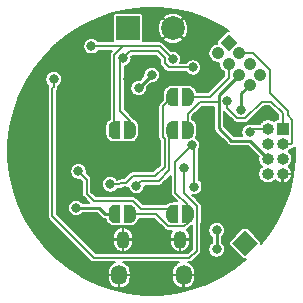
<source format=gbr>
G04 #@! TF.GenerationSoftware,KiCad,Pcbnew,(5.1.5-0)*
G04 #@! TF.CreationDate,2020-02-20T09:13:15+02:00*
G04 #@! TF.ProjectId,slice-harvester,736c6963-652d-4686-9172-766573746572,0.9*
G04 #@! TF.SameCoordinates,PX8f0d180PY5f5e100*
G04 #@! TF.FileFunction,Copper,L2,Bot*
G04 #@! TF.FilePolarity,Positive*
%FSLAX46Y46*%
G04 Gerber Fmt 4.6, Leading zero omitted, Abs format (unit mm)*
G04 Created by KiCad (PCBNEW (5.1.5-0)) date 2020-02-20 09:13:15*
%MOMM*%
%LPD*%
G04 APERTURE LIST*
%ADD10C,0.100000*%
%ADD11R,1.000000X1.000000*%
%ADD12O,1.000000X1.000000*%
%ADD13C,1.000000*%
%ADD14R,1.998980X1.998980*%
%ADD15C,1.998980*%
%ADD16O,1.100000X1.500000*%
%ADD17O,1.350000X1.700000*%
%ADD18C,0.800000*%
%ADD19C,0.700000*%
%ADD20C,0.200000*%
%ADD21C,0.250000*%
G04 APERTURE END LIST*
G04 #@! TA.AperFunction,SMDPad,CuDef*
D10*
G36*
X6839340Y-7800000D02*
G01*
X7900000Y-6739340D01*
X8960660Y-7800000D01*
X7900000Y-8860660D01*
X6839340Y-7800000D01*
G37*
G04 #@! TD.AperFunction*
G04 #@! TA.AperFunction,SMDPad,CuDef*
G36*
X2550000Y5350000D02*
G01*
X3050000Y5350000D01*
X3050000Y5349398D01*
X3074534Y5349398D01*
X3123365Y5344588D01*
X3171490Y5335016D01*
X3218445Y5320772D01*
X3263778Y5301995D01*
X3307051Y5278864D01*
X3347850Y5251604D01*
X3385779Y5220476D01*
X3420476Y5185779D01*
X3451604Y5147850D01*
X3478864Y5107051D01*
X3501995Y5063778D01*
X3520772Y5018445D01*
X3535016Y4971490D01*
X3544588Y4923365D01*
X3549398Y4874534D01*
X3549398Y4850000D01*
X3550000Y4850000D01*
X3550000Y4350000D01*
X3549398Y4350000D01*
X3549398Y4325466D01*
X3544588Y4276635D01*
X3535016Y4228510D01*
X3520772Y4181555D01*
X3501995Y4136222D01*
X3478864Y4092949D01*
X3451604Y4052150D01*
X3420476Y4014221D01*
X3385779Y3979524D01*
X3347850Y3948396D01*
X3307051Y3921136D01*
X3263778Y3898005D01*
X3218445Y3879228D01*
X3171490Y3864984D01*
X3123365Y3855412D01*
X3074534Y3850602D01*
X3050000Y3850602D01*
X3050000Y3850000D01*
X2550000Y3850000D01*
X2550000Y5350000D01*
G37*
G04 #@! TD.AperFunction*
G04 #@! TA.AperFunction,SMDPad,CuDef*
G36*
X1750000Y3850602D02*
G01*
X1725466Y3850602D01*
X1676635Y3855412D01*
X1628510Y3864984D01*
X1581555Y3879228D01*
X1536222Y3898005D01*
X1492949Y3921136D01*
X1452150Y3948396D01*
X1414221Y3979524D01*
X1379524Y4014221D01*
X1348396Y4052150D01*
X1321136Y4092949D01*
X1298005Y4136222D01*
X1279228Y4181555D01*
X1264984Y4228510D01*
X1255412Y4276635D01*
X1250602Y4325466D01*
X1250602Y4350000D01*
X1250000Y4350000D01*
X1250000Y4850000D01*
X1250602Y4850000D01*
X1250602Y4874534D01*
X1255412Y4923365D01*
X1264984Y4971490D01*
X1279228Y5018445D01*
X1298005Y5063778D01*
X1321136Y5107051D01*
X1348396Y5147850D01*
X1379524Y5185779D01*
X1414221Y5220476D01*
X1452150Y5251604D01*
X1492949Y5278864D01*
X1536222Y5301995D01*
X1581555Y5320772D01*
X1628510Y5335016D01*
X1676635Y5344588D01*
X1725466Y5349398D01*
X1750000Y5349398D01*
X1750000Y5350000D01*
X2250000Y5350000D01*
X2250000Y3850000D01*
X1750000Y3850000D01*
X1750000Y3850602D01*
G37*
G04 #@! TD.AperFunction*
G04 #@! TA.AperFunction,SMDPad,CuDef*
G36*
X1750000Y1050602D02*
G01*
X1725466Y1050602D01*
X1676635Y1055412D01*
X1628510Y1064984D01*
X1581555Y1079228D01*
X1536222Y1098005D01*
X1492949Y1121136D01*
X1452150Y1148396D01*
X1414221Y1179524D01*
X1379524Y1214221D01*
X1348396Y1252150D01*
X1321136Y1292949D01*
X1298005Y1336222D01*
X1279228Y1381555D01*
X1264984Y1428510D01*
X1255412Y1476635D01*
X1250602Y1525466D01*
X1250602Y1550000D01*
X1250000Y1550000D01*
X1250000Y2050000D01*
X1250602Y2050000D01*
X1250602Y2074534D01*
X1255412Y2123365D01*
X1264984Y2171490D01*
X1279228Y2218445D01*
X1298005Y2263778D01*
X1321136Y2307051D01*
X1348396Y2347850D01*
X1379524Y2385779D01*
X1414221Y2420476D01*
X1452150Y2451604D01*
X1492949Y2478864D01*
X1536222Y2501995D01*
X1581555Y2520772D01*
X1628510Y2535016D01*
X1676635Y2544588D01*
X1725466Y2549398D01*
X1750000Y2549398D01*
X1750000Y2550000D01*
X2250000Y2550000D01*
X2250000Y1050000D01*
X1750000Y1050000D01*
X1750000Y1050602D01*
G37*
G04 #@! TD.AperFunction*
G04 #@! TA.AperFunction,SMDPad,CuDef*
G36*
X2550000Y2550000D02*
G01*
X3050000Y2550000D01*
X3050000Y2549398D01*
X3074534Y2549398D01*
X3123365Y2544588D01*
X3171490Y2535016D01*
X3218445Y2520772D01*
X3263778Y2501995D01*
X3307051Y2478864D01*
X3347850Y2451604D01*
X3385779Y2420476D01*
X3420476Y2385779D01*
X3451604Y2347850D01*
X3478864Y2307051D01*
X3501995Y2263778D01*
X3520772Y2218445D01*
X3535016Y2171490D01*
X3544588Y2123365D01*
X3549398Y2074534D01*
X3549398Y2050000D01*
X3550000Y2050000D01*
X3550000Y1550000D01*
X3549398Y1550000D01*
X3549398Y1525466D01*
X3544588Y1476635D01*
X3535016Y1428510D01*
X3520772Y1381555D01*
X3501995Y1336222D01*
X3478864Y1292949D01*
X3451604Y1252150D01*
X3420476Y1214221D01*
X3385779Y1179524D01*
X3347850Y1148396D01*
X3307051Y1121136D01*
X3263778Y1098005D01*
X3218445Y1079228D01*
X3171490Y1064984D01*
X3123365Y1055412D01*
X3074534Y1050602D01*
X3050000Y1050602D01*
X3050000Y1050000D01*
X2550000Y1050000D01*
X2550000Y2550000D01*
G37*
G04 #@! TD.AperFunction*
D11*
X11100000Y1900000D03*
D12*
X9830000Y1900000D03*
X11100000Y630000D03*
X9830000Y630000D03*
X11100000Y-640000D03*
X9830000Y-640000D03*
X11100000Y-1910000D03*
X9830000Y-1910000D03*
G04 #@! TA.AperFunction,ComponentPad*
D10*
G36*
X6505382Y8485281D02*
G01*
X5798275Y9192388D01*
X6505382Y9899495D01*
X7212489Y9192388D01*
X6505382Y8485281D01*
G37*
G04 #@! TD.AperFunction*
D13*
X5607356Y8294362D02*
X5607356Y8294362D01*
X7403408Y8294362D02*
X7403408Y8294362D01*
X6505382Y7396337D02*
X6505382Y7396337D01*
X8301433Y7396337D02*
X8301433Y7396337D01*
X7403408Y6498311D02*
X7403408Y6498311D01*
X9199459Y6498311D02*
X9199459Y6498311D01*
X8301433Y5600286D02*
X8301433Y5600286D01*
D14*
X-2000000Y10400000D03*
D15*
X1810000Y10400000D03*
D16*
X-2445000Y-7480000D03*
X2395000Y-7480000D03*
D17*
X-2755000Y-10480000D03*
X2705000Y-10480000D03*
G04 #@! TA.AperFunction,SMDPad,CuDef*
D10*
G36*
X-1850000Y-4550602D02*
G01*
X-1825466Y-4550602D01*
X-1776635Y-4555412D01*
X-1728510Y-4564984D01*
X-1681555Y-4579228D01*
X-1636222Y-4598005D01*
X-1592949Y-4621136D01*
X-1552150Y-4648396D01*
X-1514221Y-4679524D01*
X-1479524Y-4714221D01*
X-1448396Y-4752150D01*
X-1421136Y-4792949D01*
X-1398005Y-4836222D01*
X-1379228Y-4881555D01*
X-1364984Y-4928510D01*
X-1355412Y-4976635D01*
X-1350602Y-5025466D01*
X-1350602Y-5050000D01*
X-1350000Y-5050000D01*
X-1350000Y-5550000D01*
X-1350602Y-5550000D01*
X-1350602Y-5574534D01*
X-1355412Y-5623365D01*
X-1364984Y-5671490D01*
X-1379228Y-5718445D01*
X-1398005Y-5763778D01*
X-1421136Y-5807051D01*
X-1448396Y-5847850D01*
X-1479524Y-5885779D01*
X-1514221Y-5920476D01*
X-1552150Y-5951604D01*
X-1592949Y-5978864D01*
X-1636222Y-6001995D01*
X-1681555Y-6020772D01*
X-1728510Y-6035016D01*
X-1776635Y-6044588D01*
X-1825466Y-6049398D01*
X-1850000Y-6049398D01*
X-1850000Y-6050000D01*
X-2350000Y-6050000D01*
X-2350000Y-4550000D01*
X-1850000Y-4550000D01*
X-1850000Y-4550602D01*
G37*
G04 #@! TD.AperFunction*
G04 #@! TA.AperFunction,SMDPad,CuDef*
G36*
X-2650000Y-6050000D02*
G01*
X-3150000Y-6050000D01*
X-3150000Y-6049398D01*
X-3174534Y-6049398D01*
X-3223365Y-6044588D01*
X-3271490Y-6035016D01*
X-3318445Y-6020772D01*
X-3363778Y-6001995D01*
X-3407051Y-5978864D01*
X-3447850Y-5951604D01*
X-3485779Y-5920476D01*
X-3520476Y-5885779D01*
X-3551604Y-5847850D01*
X-3578864Y-5807051D01*
X-3601995Y-5763778D01*
X-3620772Y-5718445D01*
X-3635016Y-5671490D01*
X-3644588Y-5623365D01*
X-3649398Y-5574534D01*
X-3649398Y-5550000D01*
X-3650000Y-5550000D01*
X-3650000Y-5050000D01*
X-3649398Y-5050000D01*
X-3649398Y-5025466D01*
X-3644588Y-4976635D01*
X-3635016Y-4928510D01*
X-3620772Y-4881555D01*
X-3601995Y-4836222D01*
X-3578864Y-4792949D01*
X-3551604Y-4752150D01*
X-3520476Y-4714221D01*
X-3485779Y-4679524D01*
X-3447850Y-4648396D01*
X-3407051Y-4621136D01*
X-3363778Y-4598005D01*
X-3318445Y-4579228D01*
X-3271490Y-4564984D01*
X-3223365Y-4555412D01*
X-3174534Y-4550602D01*
X-3150000Y-4550602D01*
X-3150000Y-4550000D01*
X-2650000Y-4550000D01*
X-2650000Y-6050000D01*
G37*
G04 #@! TD.AperFunction*
G04 #@! TA.AperFunction,SMDPad,CuDef*
G36*
X2550000Y-4550000D02*
G01*
X3050000Y-4550000D01*
X3050000Y-4550602D01*
X3074534Y-4550602D01*
X3123365Y-4555412D01*
X3171490Y-4564984D01*
X3218445Y-4579228D01*
X3263778Y-4598005D01*
X3307051Y-4621136D01*
X3347850Y-4648396D01*
X3385779Y-4679524D01*
X3420476Y-4714221D01*
X3451604Y-4752150D01*
X3478864Y-4792949D01*
X3501995Y-4836222D01*
X3520772Y-4881555D01*
X3535016Y-4928510D01*
X3544588Y-4976635D01*
X3549398Y-5025466D01*
X3549398Y-5050000D01*
X3550000Y-5050000D01*
X3550000Y-5550000D01*
X3549398Y-5550000D01*
X3549398Y-5574534D01*
X3544588Y-5623365D01*
X3535016Y-5671490D01*
X3520772Y-5718445D01*
X3501995Y-5763778D01*
X3478864Y-5807051D01*
X3451604Y-5847850D01*
X3420476Y-5885779D01*
X3385779Y-5920476D01*
X3347850Y-5951604D01*
X3307051Y-5978864D01*
X3263778Y-6001995D01*
X3218445Y-6020772D01*
X3171490Y-6035016D01*
X3123365Y-6044588D01*
X3074534Y-6049398D01*
X3050000Y-6049398D01*
X3050000Y-6050000D01*
X2550000Y-6050000D01*
X2550000Y-4550000D01*
G37*
G04 #@! TD.AperFunction*
G04 #@! TA.AperFunction,SMDPad,CuDef*
G36*
X1750000Y-6049398D02*
G01*
X1725466Y-6049398D01*
X1676635Y-6044588D01*
X1628510Y-6035016D01*
X1581555Y-6020772D01*
X1536222Y-6001995D01*
X1492949Y-5978864D01*
X1452150Y-5951604D01*
X1414221Y-5920476D01*
X1379524Y-5885779D01*
X1348396Y-5847850D01*
X1321136Y-5807051D01*
X1298005Y-5763778D01*
X1279228Y-5718445D01*
X1264984Y-5671490D01*
X1255412Y-5623365D01*
X1250602Y-5574534D01*
X1250602Y-5550000D01*
X1250000Y-5550000D01*
X1250000Y-5050000D01*
X1250602Y-5050000D01*
X1250602Y-5025466D01*
X1255412Y-4976635D01*
X1264984Y-4928510D01*
X1279228Y-4881555D01*
X1298005Y-4836222D01*
X1321136Y-4792949D01*
X1348396Y-4752150D01*
X1379524Y-4714221D01*
X1414221Y-4679524D01*
X1452150Y-4648396D01*
X1492949Y-4621136D01*
X1536222Y-4598005D01*
X1581555Y-4579228D01*
X1628510Y-4564984D01*
X1676635Y-4555412D01*
X1725466Y-4550602D01*
X1750000Y-4550602D01*
X1750000Y-4550000D01*
X2250000Y-4550000D01*
X2250000Y-6050000D01*
X1750000Y-6050000D01*
X1750000Y-6049398D01*
G37*
G04 #@! TD.AperFunction*
G04 #@! TA.AperFunction,SMDPad,CuDef*
G36*
X-2650000Y1050000D02*
G01*
X-3150000Y1050000D01*
X-3150000Y1050602D01*
X-3174534Y1050602D01*
X-3223365Y1055412D01*
X-3271490Y1064984D01*
X-3318445Y1079228D01*
X-3363778Y1098005D01*
X-3407051Y1121136D01*
X-3447850Y1148396D01*
X-3485779Y1179524D01*
X-3520476Y1214221D01*
X-3551604Y1252150D01*
X-3578864Y1292949D01*
X-3601995Y1336222D01*
X-3620772Y1381555D01*
X-3635016Y1428510D01*
X-3644588Y1476635D01*
X-3649398Y1525466D01*
X-3649398Y1550000D01*
X-3650000Y1550000D01*
X-3650000Y2050000D01*
X-3649398Y2050000D01*
X-3649398Y2074534D01*
X-3644588Y2123365D01*
X-3635016Y2171490D01*
X-3620772Y2218445D01*
X-3601995Y2263778D01*
X-3578864Y2307051D01*
X-3551604Y2347850D01*
X-3520476Y2385779D01*
X-3485779Y2420476D01*
X-3447850Y2451604D01*
X-3407051Y2478864D01*
X-3363778Y2501995D01*
X-3318445Y2520772D01*
X-3271490Y2535016D01*
X-3223365Y2544588D01*
X-3174534Y2549398D01*
X-3150000Y2549398D01*
X-3150000Y2550000D01*
X-2650000Y2550000D01*
X-2650000Y1050000D01*
G37*
G04 #@! TD.AperFunction*
G04 #@! TA.AperFunction,SMDPad,CuDef*
G36*
X-1850000Y2549398D02*
G01*
X-1825466Y2549398D01*
X-1776635Y2544588D01*
X-1728510Y2535016D01*
X-1681555Y2520772D01*
X-1636222Y2501995D01*
X-1592949Y2478864D01*
X-1552150Y2451604D01*
X-1514221Y2420476D01*
X-1479524Y2385779D01*
X-1448396Y2347850D01*
X-1421136Y2307051D01*
X-1398005Y2263778D01*
X-1379228Y2218445D01*
X-1364984Y2171490D01*
X-1355412Y2123365D01*
X-1350602Y2074534D01*
X-1350602Y2050000D01*
X-1350000Y2050000D01*
X-1350000Y1550000D01*
X-1350602Y1550000D01*
X-1350602Y1525466D01*
X-1355412Y1476635D01*
X-1364984Y1428510D01*
X-1379228Y1381555D01*
X-1398005Y1336222D01*
X-1421136Y1292949D01*
X-1448396Y1252150D01*
X-1479524Y1214221D01*
X-1514221Y1179524D01*
X-1552150Y1148396D01*
X-1592949Y1121136D01*
X-1636222Y1098005D01*
X-1681555Y1079228D01*
X-1728510Y1064984D01*
X-1776635Y1055412D01*
X-1825466Y1050602D01*
X-1850000Y1050602D01*
X-1850000Y1050000D01*
X-2350000Y1050000D01*
X-2350000Y2550000D01*
X-1850000Y2550000D01*
X-1850000Y2549398D01*
G37*
G04 #@! TD.AperFunction*
D18*
X4900000Y700000D03*
X400000Y400000D03*
X6100000Y-2400000D03*
X-11700000Y0D03*
X6600000Y2300000D03*
X9800000Y3100000D03*
X6300000Y-9900000D03*
X4000000Y-11100000D03*
X-4100000Y-11000000D03*
X-9100000Y-7500000D03*
X-6100000Y-5800000D03*
X-10600000Y5200000D03*
X-9100000Y7500000D03*
X5900000Y10200000D03*
X-2300000Y-1600000D03*
X-10600000Y-5100000D03*
X-7700000Y-5000000D03*
X-6100000Y-9700000D03*
X-6200000Y-100000D03*
X-6200000Y-3200000D03*
X-9200000Y-1400000D03*
X-5900000Y10200000D03*
X-100000Y11800000D03*
X4500000Y-7900000D03*
X8800000Y-4700000D03*
X11200000Y-3700000D03*
X4700000Y3200000D03*
X-6200000Y1500000D03*
X-6200000Y6300000D03*
X6400000Y-4700000D03*
X4400000Y5600000D03*
X-7700000Y5000000D03*
X-400000Y-400000D03*
X400000Y-400000D03*
X-400000Y400000D03*
X300000Y7500000D03*
X-1100000Y7500000D03*
D19*
X1200000Y-3900000D03*
D18*
X-2300000Y-3400000D03*
X-600000Y-3900000D03*
X4000000Y8100000D03*
X-6200000Y7800000D03*
X-1999990Y6081681D03*
X3400000Y500000D03*
X3600000Y-3000000D03*
X-6400000Y-4800000D03*
X2700000Y-1400000D03*
X-8300000Y6100000D03*
X6400000Y4300000D03*
X-2400000Y7900000D03*
X3500000Y7100000D03*
X8300000Y1600000D03*
X7600000Y3500000D03*
X-5100000Y8900000D03*
X1800000Y7799996D03*
X-6200000Y-1700000D03*
X-3500000Y-2800000D03*
X-1300000Y-2900000D03*
X5500000Y-6700000D03*
X5500000Y-8300000D03*
X0Y6450000D03*
X-1100000Y5350000D03*
D20*
X7165685Y2300000D02*
X6600000Y2300000D01*
X8001700Y2300000D02*
X7165685Y2300000D01*
X8801700Y3100000D02*
X8001700Y2300000D01*
X9800000Y3100000D02*
X8801700Y3100000D01*
X3050000Y-4552408D02*
X2000000Y-3502408D01*
X3050000Y-5300000D02*
X3050000Y-4552408D01*
X2000000Y-900000D02*
X3400000Y500000D01*
X2000000Y-3502408D02*
X2000000Y-900000D01*
X3600000Y300000D02*
X3400000Y500000D01*
X3600000Y-3000000D02*
X3600000Y300000D01*
X1422028Y-6350010D02*
X372018Y-5300000D01*
X372018Y-5300000D02*
X-1850000Y-5300000D01*
X2747582Y-6350010D02*
X1422028Y-6350010D01*
X3050000Y-6047592D02*
X2747582Y-6350010D01*
X3050000Y-5300000D02*
X3050000Y-6047592D01*
D21*
X-4450000Y-4800000D02*
X-3950000Y-5300000D01*
X-6400000Y-4800000D02*
X-4450000Y-4800000D01*
X-3150000Y-5300000D02*
X-3950000Y-5300000D01*
D20*
X2700000Y-2700000D02*
X2700000Y-3572018D01*
X2700000Y-1400000D02*
X2700000Y-3572018D01*
X3850010Y-4666932D02*
X3541539Y-4358461D01*
X3850010Y-5877972D02*
X3850010Y-4666932D01*
X-4900000Y-9000000D02*
X3200000Y-9000000D01*
X3799999Y-8400001D02*
X3799999Y-5927983D01*
X3200000Y-9000000D02*
X3799999Y-8400001D01*
X3541539Y-4358461D02*
X2700000Y-3572018D01*
X3799999Y-5927983D02*
X3850010Y-5877972D01*
X-8400001Y-5499999D02*
X-8100000Y-5800000D01*
X-8100000Y-5800000D02*
X-4900000Y-9000000D01*
X-8400001Y5336001D02*
X-8400001Y-5499999D01*
X-8300000Y5436002D02*
X-8400001Y5336001D01*
X-8300000Y6100000D02*
X-8300000Y5436002D01*
X11100000Y3236002D02*
X11100000Y1900000D01*
X10136001Y4200001D02*
X11100000Y3236002D01*
X9336003Y4200001D02*
X10136001Y4200001D01*
X6400000Y4300000D02*
X6400000Y3663998D01*
X7936001Y2799999D02*
X9336003Y4200001D01*
X7263998Y2800000D02*
X7936001Y2799999D01*
X6400000Y3663998D02*
X7263998Y2800000D01*
X-2700000Y3397592D02*
X-2700000Y3500000D01*
X-1850000Y1800000D02*
X-1850000Y2547592D01*
X-2700000Y3500000D02*
X-2700000Y3400000D01*
X-1850000Y2547592D02*
X-2700000Y3397592D01*
X-1800000Y8500000D02*
X-2400000Y7900000D01*
X500000Y8500000D02*
X-1800000Y8500000D01*
X1099999Y7900001D02*
X500000Y8500000D01*
X2136006Y7100000D02*
X2136001Y7099995D01*
X1463999Y7099995D02*
X1099999Y7463995D01*
X2136001Y7099995D02*
X1463999Y7099995D01*
X1099999Y7463995D02*
X1099999Y7900001D01*
X3500000Y7100000D02*
X2136006Y7100000D01*
X-2700000Y7034315D02*
X-2700000Y3397592D01*
X-2700000Y7550000D02*
X-2700000Y7034315D01*
X-2400000Y7850000D02*
X-2700000Y7550000D01*
X-2400000Y7900000D02*
X-2400000Y7850000D01*
X8600000Y1900000D02*
X8300000Y1600000D01*
X9830000Y1900000D02*
X8600000Y1900000D01*
X11807106Y630000D02*
X11100000Y630000D01*
X11900001Y722895D02*
X11807106Y630000D01*
X11847352Y2692650D02*
X11870729Y2589928D01*
X11500010Y3039992D02*
X11847352Y2692650D01*
X11500010Y3401691D02*
X11500010Y3039992D01*
X11900002Y2449743D02*
X11900001Y722895D01*
X11870729Y2589928D02*
X11900002Y2449743D01*
X8587410Y8294362D02*
X9999460Y6882312D01*
X9999460Y4902241D02*
X11500010Y3401691D01*
X9999460Y6882312D02*
X9999460Y4902241D01*
X7403408Y8294362D02*
X8587410Y8294362D01*
X3050000Y4600000D02*
X4900000Y4600000D01*
X6505382Y6205382D02*
X6505382Y7396337D01*
X4900000Y4600000D02*
X6505382Y6205382D01*
D21*
X6751999Y874999D02*
X5674999Y1951999D01*
X9830000Y-640000D02*
X8315001Y874999D01*
X8315001Y874999D02*
X6751999Y874999D01*
X5674999Y4769902D02*
X7403408Y6498311D01*
X5674999Y1951999D02*
X5674999Y3125001D01*
X5674999Y3125001D02*
X5674999Y4174999D01*
X5674999Y4174999D02*
X5674999Y4769902D01*
D20*
X4725001Y4174999D02*
X4074999Y4174999D01*
X3050000Y3150000D02*
X3050000Y1800000D01*
X4074999Y4174999D02*
X3050000Y3150000D01*
X5674999Y4174999D02*
X4074999Y4174999D01*
D21*
X7600000Y4898853D02*
X8301433Y5600286D01*
X7600000Y3500000D02*
X7600000Y4898853D01*
D20*
X699996Y8900000D02*
X1400001Y8199995D01*
X1400001Y8199995D02*
X1800000Y7799996D01*
X-3400000Y8900000D02*
X-5100000Y8900000D01*
X-3200000Y8900000D02*
X-3400000Y8900000D01*
X-3200000Y8900000D02*
X-2100000Y8900000D01*
X-2100000Y8900000D02*
X699996Y8900000D01*
X-3150000Y8150000D02*
X-2400000Y8900000D01*
X-2400000Y8900000D02*
X-2100000Y8900000D01*
X-3150000Y1800000D02*
X-3150000Y8150000D01*
X1295936Y-4845936D02*
X-926082Y-4845936D01*
X-926082Y-4845936D02*
X-1572018Y-4200000D01*
X1750000Y-5300000D02*
X1295936Y-4845936D01*
X-1572018Y-4200000D02*
X-4900000Y-4200000D01*
X-5800001Y-2099999D02*
X-6200000Y-1700000D01*
X-5499999Y-2400001D02*
X-5800001Y-2099999D01*
X-5499999Y-3600001D02*
X-5499999Y-2400001D01*
X-4900000Y-4200000D02*
X-5499999Y-3600001D01*
X949990Y3799990D02*
X1295936Y4145936D01*
X1100000Y1072018D02*
X949990Y1222028D01*
X1100000Y-1300000D02*
X1100000Y1072018D01*
X300000Y-2100000D02*
X1100000Y-1300000D01*
X1295936Y4145936D02*
X1750000Y4600000D01*
X949990Y1222028D02*
X949990Y3799990D01*
X-2636001Y-2699999D02*
X-2199999Y-2699999D01*
X-2199999Y-2699999D02*
X-1600000Y-2100000D01*
X-2736002Y-2800000D02*
X-2636001Y-2699999D01*
X-1600000Y-2100000D02*
X300000Y-2100000D01*
X-3500000Y-2800000D02*
X-2736002Y-2800000D01*
X1500011Y-1565689D02*
X1500011Y1050011D01*
X1500011Y1050011D02*
X1750000Y1300000D01*
X-1300000Y-2900000D02*
X-900000Y-2500000D01*
X600000Y-2500000D02*
X1500000Y-1600000D01*
X-900000Y-2500000D02*
X600000Y-2500000D01*
X1500000Y-1600000D02*
X1500011Y-1565689D01*
D21*
X5500000Y-8300000D02*
X5500000Y-6700000D01*
X0Y6450000D02*
X-1100000Y5350000D01*
D20*
G36*
X2035201Y11978333D02*
G01*
X3363551Y11675145D01*
X4649604Y11225136D01*
X5877184Y10633965D01*
X6586148Y10188493D01*
X6564192Y10195154D01*
X6505382Y10200946D01*
X6446572Y10195154D01*
X6390022Y10177999D01*
X6337905Y10150142D01*
X6292224Y10112653D01*
X5585117Y9405546D01*
X5547628Y9359865D01*
X5519771Y9307748D01*
X5502616Y9251198D01*
X5496824Y9192388D01*
X5502616Y9133578D01*
X5515312Y9091726D01*
X5374005Y9063619D01*
X5228414Y9003313D01*
X5097386Y8915763D01*
X4985955Y8804332D01*
X4898405Y8673304D01*
X4838099Y8527713D01*
X4807356Y8373155D01*
X4807356Y8215569D01*
X4838099Y8061011D01*
X4898405Y7915420D01*
X4985955Y7784392D01*
X5097386Y7672961D01*
X5228414Y7585411D01*
X5374005Y7525105D01*
X5528563Y7494362D01*
X5686149Y7494362D01*
X5710157Y7499137D01*
X5705382Y7475130D01*
X5705382Y7317544D01*
X5736125Y7162986D01*
X5796431Y7017395D01*
X5883981Y6886367D01*
X5995412Y6774936D01*
X6105382Y6701456D01*
X6105382Y6371068D01*
X4734315Y5000000D01*
X3834862Y5000000D01*
X3824130Y5053952D01*
X3806976Y5110501D01*
X3769467Y5201057D01*
X3741609Y5253176D01*
X3687153Y5334675D01*
X3649664Y5380356D01*
X3580356Y5449664D01*
X3534675Y5487153D01*
X3453176Y5541609D01*
X3401057Y5569467D01*
X3310501Y5606976D01*
X3253952Y5624130D01*
X3157819Y5643252D01*
X3099009Y5649044D01*
X3074450Y5649044D01*
X3050000Y5651452D01*
X2550000Y5651452D01*
X2491190Y5645660D01*
X2434639Y5628505D01*
X2400000Y5609990D01*
X2365361Y5628505D01*
X2308810Y5645660D01*
X2250000Y5651452D01*
X1750000Y5651452D01*
X1725550Y5649044D01*
X1700991Y5649044D01*
X1642181Y5643252D01*
X1546048Y5624130D01*
X1489499Y5606976D01*
X1398943Y5569467D01*
X1346824Y5541609D01*
X1265325Y5487153D01*
X1219644Y5449664D01*
X1150336Y5380356D01*
X1112847Y5334675D01*
X1058391Y5253176D01*
X1030533Y5201057D01*
X993024Y5110501D01*
X975870Y5053952D01*
X956748Y4957819D01*
X950956Y4899009D01*
X950956Y4874450D01*
X948548Y4850000D01*
X948548Y4364233D01*
X681038Y4096723D01*
X665780Y4084201D01*
X653258Y4068943D01*
X653255Y4068940D01*
X615793Y4023292D01*
X578651Y3953804D01*
X555778Y3878403D01*
X548055Y3799990D01*
X549991Y3780334D01*
X549990Y1241675D01*
X548055Y1222028D01*
X549990Y1202382D01*
X555778Y1143615D01*
X578650Y1068215D01*
X615793Y998726D01*
X665779Y937817D01*
X681042Y925291D01*
X700001Y906332D01*
X700000Y-1134314D01*
X134315Y-1700000D01*
X-1580353Y-1700000D01*
X-1600000Y-1698065D01*
X-1619647Y-1700000D01*
X-1678414Y-1705788D01*
X-1753814Y-1728660D01*
X-1823303Y-1765803D01*
X-1884211Y-1815789D01*
X-1896735Y-1831050D01*
X-2365684Y-2299999D01*
X-2616354Y-2299999D01*
X-2636001Y-2298064D01*
X-2655648Y-2299999D01*
X-2714415Y-2305787D01*
X-2789815Y-2328659D01*
X-2859304Y-2365802D01*
X-2900974Y-2400000D01*
X-2925388Y-2400000D01*
X-2956274Y-2353776D01*
X-3053776Y-2256274D01*
X-3168426Y-2179668D01*
X-3295818Y-2126901D01*
X-3431056Y-2100000D01*
X-3568944Y-2100000D01*
X-3704182Y-2126901D01*
X-3831574Y-2179668D01*
X-3946224Y-2256274D01*
X-4043726Y-2353776D01*
X-4120332Y-2468426D01*
X-4173099Y-2595818D01*
X-4200000Y-2731056D01*
X-4200000Y-2868944D01*
X-4173099Y-3004182D01*
X-4120332Y-3131574D01*
X-4043726Y-3246224D01*
X-3946224Y-3343726D01*
X-3831574Y-3420332D01*
X-3704182Y-3473099D01*
X-3568944Y-3500000D01*
X-3431056Y-3500000D01*
X-3295818Y-3473099D01*
X-3168426Y-3420332D01*
X-3053776Y-3343726D01*
X-2956274Y-3246224D01*
X-2925388Y-3200000D01*
X-2755648Y-3200000D01*
X-2736002Y-3201935D01*
X-2716356Y-3200000D01*
X-2716355Y-3200000D01*
X-2657588Y-3194212D01*
X-2582188Y-3171340D01*
X-2512699Y-3134197D01*
X-2471029Y-3099999D01*
X-2219645Y-3099999D01*
X-2199999Y-3101934D01*
X-2180353Y-3099999D01*
X-2180352Y-3099999D01*
X-2121585Y-3094211D01*
X-2046185Y-3071339D01*
X-1986028Y-3039184D01*
X-1973099Y-3104182D01*
X-1920332Y-3231574D01*
X-1843726Y-3346224D01*
X-1746224Y-3443726D01*
X-1631574Y-3520332D01*
X-1504182Y-3573099D01*
X-1368944Y-3600000D01*
X-1231056Y-3600000D01*
X-1095818Y-3573099D01*
X-968426Y-3520332D01*
X-853776Y-3443726D01*
X-756274Y-3346224D01*
X-679668Y-3231574D01*
X-626901Y-3104182D01*
X-600000Y-2968944D01*
X-600000Y-2900000D01*
X580354Y-2900000D01*
X600000Y-2901935D01*
X619646Y-2900000D01*
X619647Y-2900000D01*
X678414Y-2894212D01*
X753814Y-2871340D01*
X823303Y-2834197D01*
X884211Y-2784211D01*
X896737Y-2768948D01*
X1600001Y-2065685D01*
X1600000Y-3482761D01*
X1598065Y-3502408D01*
X1600000Y-3522054D01*
X1605788Y-3580821D01*
X1628660Y-3656221D01*
X1665803Y-3725710D01*
X1715789Y-3786619D01*
X1731052Y-3799145D01*
X2180455Y-4248548D01*
X1750000Y-4248548D01*
X1725550Y-4250956D01*
X1700991Y-4250956D01*
X1642181Y-4256748D01*
X1546048Y-4275870D01*
X1489499Y-4293024D01*
X1398943Y-4330533D01*
X1346824Y-4358391D01*
X1265325Y-4412847D01*
X1225005Y-4445936D01*
X-760397Y-4445936D01*
X-1275283Y-3931050D01*
X-1287807Y-3915789D01*
X-1348715Y-3865803D01*
X-1418204Y-3828660D01*
X-1493604Y-3805788D01*
X-1552371Y-3800000D01*
X-1552372Y-3800000D01*
X-1572018Y-3798065D01*
X-1591664Y-3800000D01*
X-4734315Y-3800000D01*
X-5099999Y-3434316D01*
X-5099999Y-2419647D01*
X-5098064Y-2400001D01*
X-5105787Y-2321587D01*
X-5128659Y-2246186D01*
X-5165802Y-2176698D01*
X-5203264Y-2131050D01*
X-5203266Y-2131048D01*
X-5215788Y-2115790D01*
X-5231046Y-2103268D01*
X-5503262Y-1831053D01*
X-5503266Y-1831048D01*
X-5510846Y-1823468D01*
X-5500000Y-1768944D01*
X-5500000Y-1631056D01*
X-5526901Y-1495818D01*
X-5579668Y-1368426D01*
X-5656274Y-1253776D01*
X-5753776Y-1156274D01*
X-5868426Y-1079668D01*
X-5995818Y-1026901D01*
X-6131056Y-1000000D01*
X-6268944Y-1000000D01*
X-6404182Y-1026901D01*
X-6531574Y-1079668D01*
X-6646224Y-1156274D01*
X-6743726Y-1253776D01*
X-6820332Y-1368426D01*
X-6873099Y-1495818D01*
X-6900000Y-1631056D01*
X-6900000Y-1768944D01*
X-6873099Y-1904182D01*
X-6820332Y-2031574D01*
X-6743726Y-2146224D01*
X-6646224Y-2243726D01*
X-6531574Y-2320332D01*
X-6404182Y-2373099D01*
X-6268944Y-2400000D01*
X-6131056Y-2400000D01*
X-6076532Y-2389154D01*
X-6068952Y-2396734D01*
X-6068947Y-2396738D01*
X-5899998Y-2565687D01*
X-5899999Y-3580354D01*
X-5901934Y-3600001D01*
X-5899999Y-3619647D01*
X-5894211Y-3678414D01*
X-5871339Y-3753814D01*
X-5834196Y-3823303D01*
X-5784210Y-3884212D01*
X-5768947Y-3896738D01*
X-5290685Y-4375000D01*
X-5842093Y-4375000D01*
X-5856274Y-4353776D01*
X-5953776Y-4256274D01*
X-6068426Y-4179668D01*
X-6195818Y-4126901D01*
X-6331056Y-4100000D01*
X-6468944Y-4100000D01*
X-6604182Y-4126901D01*
X-6731574Y-4179668D01*
X-6846224Y-4256274D01*
X-6943726Y-4353776D01*
X-7020332Y-4468426D01*
X-7073099Y-4595818D01*
X-7100000Y-4731056D01*
X-7100000Y-4868944D01*
X-7073099Y-5004182D01*
X-7020332Y-5131574D01*
X-6943726Y-5246224D01*
X-6846224Y-5343726D01*
X-6731574Y-5420332D01*
X-6604182Y-5473099D01*
X-6468944Y-5500000D01*
X-6331056Y-5500000D01*
X-6195818Y-5473099D01*
X-6068426Y-5420332D01*
X-5953776Y-5343726D01*
X-5856274Y-5246224D01*
X-5842093Y-5225000D01*
X-4626040Y-5225000D01*
X-4265279Y-5585762D01*
X-4251974Y-5601974D01*
X-4187260Y-5655084D01*
X-4147657Y-5676252D01*
X-4113428Y-5694548D01*
X-4051297Y-5713395D01*
X-4033314Y-5718850D01*
X-3970874Y-5725000D01*
X-3970867Y-5725000D01*
X-3950000Y-5727055D01*
X-3929874Y-5725073D01*
X-3924130Y-5753952D01*
X-3906976Y-5810501D01*
X-3869467Y-5901057D01*
X-3841609Y-5953176D01*
X-3787153Y-6034675D01*
X-3749664Y-6080356D01*
X-3680356Y-6149664D01*
X-3634675Y-6187153D01*
X-3553176Y-6241609D01*
X-3501057Y-6269467D01*
X-3410501Y-6306976D01*
X-3353952Y-6324130D01*
X-3257819Y-6343252D01*
X-3199009Y-6349044D01*
X-3174450Y-6349044D01*
X-3150000Y-6351452D01*
X-2650000Y-6351452D01*
X-2591190Y-6345660D01*
X-2534639Y-6328505D01*
X-2500000Y-6309990D01*
X-2465361Y-6328505D01*
X-2408810Y-6345660D01*
X-2350000Y-6351452D01*
X-1850000Y-6351452D01*
X-1825550Y-6349044D01*
X-1800991Y-6349044D01*
X-1742181Y-6343252D01*
X-1646048Y-6324130D01*
X-1589499Y-6306976D01*
X-1498943Y-6269467D01*
X-1446824Y-6241609D01*
X-1365325Y-6187153D01*
X-1319644Y-6149664D01*
X-1250336Y-6080356D01*
X-1212847Y-6034675D01*
X-1158391Y-5953176D01*
X-1130533Y-5901057D01*
X-1093024Y-5810501D01*
X-1075870Y-5753952D01*
X-1065138Y-5700000D01*
X206333Y-5700000D01*
X1125291Y-6618958D01*
X1137817Y-6634221D01*
X1198725Y-6684207D01*
X1268214Y-6721350D01*
X1343614Y-6744222D01*
X1402381Y-6750010D01*
X1402391Y-6750010D01*
X1422027Y-6751944D01*
X1441663Y-6750010D01*
X1734345Y-6750010D01*
X1702140Y-6786980D01*
X1619270Y-6931623D01*
X1566210Y-7089654D01*
X1545000Y-7255000D01*
X1545000Y-7455000D01*
X2370000Y-7455000D01*
X2370000Y-7435000D01*
X2420000Y-7435000D01*
X2420000Y-7455000D01*
X3245000Y-7455000D01*
X3245000Y-7255000D01*
X3223790Y-7089654D01*
X3170730Y-6931623D01*
X3087860Y-6786980D01*
X2986890Y-6671072D01*
X3031793Y-6634221D01*
X3044319Y-6618958D01*
X3318948Y-6344329D01*
X3334211Y-6331803D01*
X3377290Y-6279312D01*
X3400000Y-6269905D01*
X3399999Y-8234316D01*
X3034315Y-8600000D01*
X-4734315Y-8600000D01*
X-5829315Y-7505000D01*
X-3295000Y-7505000D01*
X-3295000Y-7705000D01*
X-3273790Y-7870346D01*
X-3220730Y-8028377D01*
X-3137860Y-8173020D01*
X-3028363Y-8298717D01*
X-2896448Y-8400637D01*
X-2747184Y-8474863D01*
X-2602604Y-8515261D01*
X-2470000Y-8454597D01*
X-2470000Y-7505000D01*
X-2420000Y-7505000D01*
X-2420000Y-8454597D01*
X-2287396Y-8515261D01*
X-2142816Y-8474863D01*
X-1993552Y-8400637D01*
X-1861637Y-8298717D01*
X-1752140Y-8173020D01*
X-1669270Y-8028377D01*
X-1616210Y-7870346D01*
X-1595000Y-7705000D01*
X-1595000Y-7505000D01*
X1545000Y-7505000D01*
X1545000Y-7705000D01*
X1566210Y-7870346D01*
X1619270Y-8028377D01*
X1702140Y-8173020D01*
X1811637Y-8298717D01*
X1943552Y-8400637D01*
X2092816Y-8474863D01*
X2237396Y-8515261D01*
X2370000Y-8454597D01*
X2370000Y-7505000D01*
X2420000Y-7505000D01*
X2420000Y-8454597D01*
X2552604Y-8515261D01*
X2697184Y-8474863D01*
X2846448Y-8400637D01*
X2978363Y-8298717D01*
X3087860Y-8173020D01*
X3170730Y-8028377D01*
X3223790Y-7870346D01*
X3245000Y-7705000D01*
X3245000Y-7505000D01*
X2420000Y-7505000D01*
X2370000Y-7505000D01*
X1545000Y-7505000D01*
X-1595000Y-7505000D01*
X-2420000Y-7505000D01*
X-2470000Y-7505000D01*
X-3295000Y-7505000D01*
X-5829315Y-7505000D01*
X-6079315Y-7255000D01*
X-3295000Y-7255000D01*
X-3295000Y-7455000D01*
X-2470000Y-7455000D01*
X-2470000Y-6505403D01*
X-2420000Y-6505403D01*
X-2420000Y-7455000D01*
X-1595000Y-7455000D01*
X-1595000Y-7255000D01*
X-1616210Y-7089654D01*
X-1669270Y-6931623D01*
X-1752140Y-6786980D01*
X-1861637Y-6661283D01*
X-1993552Y-6559363D01*
X-2142816Y-6485137D01*
X-2287396Y-6444739D01*
X-2420000Y-6505403D01*
X-2470000Y-6505403D01*
X-2602604Y-6444739D01*
X-2747184Y-6485137D01*
X-2896448Y-6559363D01*
X-3028363Y-6661283D01*
X-3137860Y-6786980D01*
X-3220730Y-6931623D01*
X-3273790Y-7089654D01*
X-3295000Y-7255000D01*
X-6079315Y-7255000D01*
X-8000001Y-5334314D01*
X-8000001Y5171029D01*
X-7965803Y5212699D01*
X-7928660Y5282188D01*
X-7905788Y5357588D01*
X-7900000Y5416355D01*
X-7898065Y5436002D01*
X-7900000Y5455649D01*
X-7900000Y5525388D01*
X-7853776Y5556274D01*
X-7756274Y5653776D01*
X-7679668Y5768426D01*
X-7626901Y5895818D01*
X-7600000Y6031056D01*
X-7600000Y6168944D01*
X-7626901Y6304182D01*
X-7679668Y6431574D01*
X-7756274Y6546224D01*
X-7853776Y6643726D01*
X-7968426Y6720332D01*
X-8095818Y6773099D01*
X-8231056Y6800000D01*
X-8368944Y6800000D01*
X-8504182Y6773099D01*
X-8631574Y6720332D01*
X-8746224Y6643726D01*
X-8843726Y6546224D01*
X-8920332Y6431574D01*
X-8973099Y6304182D01*
X-9000000Y6168944D01*
X-9000000Y6031056D01*
X-8973099Y5895818D01*
X-8920332Y5768426D01*
X-8843726Y5653776D01*
X-8746224Y5556274D01*
X-8738556Y5551150D01*
X-8771341Y5489814D01*
X-8783520Y5449664D01*
X-8794213Y5414414D01*
X-8801936Y5336001D01*
X-8800001Y5316355D01*
X-8800000Y-5480342D01*
X-8801936Y-5499999D01*
X-8794213Y-5578412D01*
X-8771340Y-5653813D01*
X-8734198Y-5723301D01*
X-8696736Y-5768949D01*
X-8696733Y-5768952D01*
X-8684211Y-5784210D01*
X-8668953Y-5796732D01*
X-5196737Y-9268948D01*
X-5184211Y-9284211D01*
X-5123303Y-9334197D01*
X-5053814Y-9371340D01*
X-4978414Y-9394212D01*
X-4919647Y-9400000D01*
X-4919637Y-9400000D01*
X-4900001Y-9401934D01*
X-4880365Y-9400000D01*
X-3115675Y-9400000D01*
X-3275894Y-9480428D01*
X-3426751Y-9597893D01*
X-3551793Y-9742532D01*
X-3646215Y-9908786D01*
X-3706388Y-10090267D01*
X-3730000Y-10280000D01*
X-3730000Y-10455000D01*
X-2780000Y-10455000D01*
X-2780000Y-10435000D01*
X-2730000Y-10435000D01*
X-2730000Y-10455000D01*
X-1780000Y-10455000D01*
X-1780000Y-10280000D01*
X-1803612Y-10090267D01*
X-1863785Y-9908786D01*
X-1958207Y-9742532D01*
X-2083249Y-9597893D01*
X-2234106Y-9480428D01*
X-2394325Y-9400000D01*
X2344325Y-9400000D01*
X2184106Y-9480428D01*
X2033249Y-9597893D01*
X1908207Y-9742532D01*
X1813785Y-9908786D01*
X1753612Y-10090267D01*
X1730000Y-10280000D01*
X1730000Y-10455000D01*
X2680000Y-10455000D01*
X2680000Y-10435000D01*
X2730000Y-10435000D01*
X2730000Y-10455000D01*
X3680000Y-10455000D01*
X3680000Y-10280000D01*
X3656388Y-10090267D01*
X3596215Y-9908786D01*
X3501793Y-9742532D01*
X3376751Y-9597893D01*
X3225894Y-9480428D01*
X3065675Y-9400000D01*
X3180354Y-9400000D01*
X3200000Y-9401935D01*
X3219646Y-9400000D01*
X3219647Y-9400000D01*
X3278414Y-9394212D01*
X3353814Y-9371340D01*
X3423303Y-9334197D01*
X3484211Y-9284211D01*
X3496737Y-9268948D01*
X4068948Y-8696737D01*
X4084210Y-8684212D01*
X4134196Y-8623304D01*
X4171339Y-8553815D01*
X4194211Y-8478415D01*
X4199999Y-8419648D01*
X4199999Y-8419647D01*
X4201934Y-8400001D01*
X4199999Y-8380354D01*
X4199999Y-6631056D01*
X4800000Y-6631056D01*
X4800000Y-6768944D01*
X4826901Y-6904182D01*
X4879668Y-7031574D01*
X4956274Y-7146224D01*
X5053776Y-7243726D01*
X5075001Y-7257908D01*
X5075000Y-7742092D01*
X5053776Y-7756274D01*
X4956274Y-7853776D01*
X4879668Y-7968426D01*
X4826901Y-8095818D01*
X4800000Y-8231056D01*
X4800000Y-8368944D01*
X4826901Y-8504182D01*
X4879668Y-8631574D01*
X4956274Y-8746224D01*
X5053776Y-8843726D01*
X5168426Y-8920332D01*
X5295818Y-8973099D01*
X5431056Y-9000000D01*
X5568944Y-9000000D01*
X5704182Y-8973099D01*
X5831574Y-8920332D01*
X5946224Y-8843726D01*
X6043726Y-8746224D01*
X6120332Y-8631574D01*
X6173099Y-8504182D01*
X6200000Y-8368944D01*
X6200000Y-8231056D01*
X6173099Y-8095818D01*
X6120332Y-7968426D01*
X6043726Y-7853776D01*
X5946224Y-7756274D01*
X5925000Y-7742093D01*
X5925000Y-7257907D01*
X5946224Y-7243726D01*
X6043726Y-7146224D01*
X6120332Y-7031574D01*
X6173099Y-6904182D01*
X6200000Y-6768944D01*
X6200000Y-6631056D01*
X6173099Y-6495818D01*
X6120332Y-6368426D01*
X6043726Y-6253776D01*
X5946224Y-6156274D01*
X5831574Y-6079668D01*
X5704182Y-6026901D01*
X5568944Y-6000000D01*
X5431056Y-6000000D01*
X5295818Y-6026901D01*
X5168426Y-6079668D01*
X5053776Y-6156274D01*
X4956274Y-6253776D01*
X4879668Y-6368426D01*
X4826901Y-6495818D01*
X4800000Y-6631056D01*
X4199999Y-6631056D01*
X4199999Y-6071731D01*
X4221350Y-6031786D01*
X4244222Y-5956386D01*
X4250010Y-5897619D01*
X4250010Y-5897609D01*
X4251944Y-5877973D01*
X4250010Y-5858337D01*
X4250010Y-4686578D01*
X4251945Y-4666932D01*
X4244222Y-4588518D01*
X4221350Y-4513117D01*
X4184207Y-4443629D01*
X4146745Y-4397981D01*
X4146743Y-4397979D01*
X4134221Y-4382721D01*
X4118963Y-4370199D01*
X3833486Y-4084723D01*
X3829007Y-4079627D01*
X3819584Y-4070821D01*
X3810489Y-4061726D01*
X3805260Y-4057434D01*
X3392549Y-3671745D01*
X3395818Y-3673099D01*
X3531056Y-3700000D01*
X3668944Y-3700000D01*
X3804182Y-3673099D01*
X3931574Y-3620332D01*
X4046224Y-3543726D01*
X4143726Y-3446224D01*
X4220332Y-3331574D01*
X4273099Y-3204182D01*
X4300000Y-3068944D01*
X4300000Y-2931056D01*
X4273099Y-2795818D01*
X4220332Y-2668426D01*
X4143726Y-2553776D01*
X4046224Y-2456274D01*
X4000000Y-2425388D01*
X4000000Y137997D01*
X4020332Y168426D01*
X4073099Y295818D01*
X4100000Y431056D01*
X4100000Y568944D01*
X4073099Y704182D01*
X4020332Y831574D01*
X3943726Y946224D01*
X3846224Y1043726D01*
X3731574Y1120332D01*
X3725569Y1122819D01*
X3741609Y1146824D01*
X3769467Y1198943D01*
X3806976Y1289499D01*
X3824130Y1346048D01*
X3843252Y1442181D01*
X3849044Y1500991D01*
X3849044Y1525550D01*
X3851452Y1550000D01*
X3851452Y2050000D01*
X3849044Y2074450D01*
X3849044Y2099009D01*
X3843252Y2157819D01*
X3824130Y2253952D01*
X3806976Y2310501D01*
X3769467Y2401057D01*
X3741609Y2453176D01*
X3687153Y2534675D01*
X3649664Y2580356D01*
X3580356Y2649664D01*
X3534675Y2687153D01*
X3453176Y2741609D01*
X3450000Y2743307D01*
X3450000Y2984315D01*
X4240684Y3774999D01*
X5250000Y3774999D01*
X5249999Y3104128D01*
X5250000Y3104118D01*
X5249999Y1972866D01*
X5247944Y1951999D01*
X5249999Y1931132D01*
X5249999Y1931126D01*
X5256149Y1868686D01*
X5280451Y1788573D01*
X5319915Y1714740D01*
X5373025Y1650025D01*
X5389242Y1636716D01*
X6436718Y589239D01*
X6450025Y573025D01*
X6514739Y519915D01*
X6588572Y480451D01*
X6644382Y463521D01*
X6668684Y456149D01*
X6677097Y455320D01*
X6731125Y449999D01*
X6731131Y449999D01*
X6751998Y447944D01*
X6772865Y449999D01*
X8138961Y449999D01*
X9049937Y-460977D01*
X9030000Y-561207D01*
X9030000Y-718793D01*
X9060743Y-873351D01*
X9121049Y-1018942D01*
X9208599Y-1149970D01*
X9320030Y-1261401D01*
X9340382Y-1275000D01*
X9320030Y-1288599D01*
X9208599Y-1400030D01*
X9121049Y-1531058D01*
X9060743Y-1676649D01*
X9030000Y-1831207D01*
X9030000Y-1988793D01*
X9060743Y-2143351D01*
X9121049Y-2288942D01*
X9208599Y-2419970D01*
X9320030Y-2531401D01*
X9451058Y-2618951D01*
X9596649Y-2679257D01*
X9751207Y-2710000D01*
X9908793Y-2710000D01*
X10063351Y-2679257D01*
X10208942Y-2618951D01*
X10339970Y-2531401D01*
X10451401Y-2419970D01*
X10467954Y-2395197D01*
X10538865Y-2480203D01*
X10660888Y-2578719D01*
X10799786Y-2651536D01*
X10950221Y-2695856D01*
X11075000Y-2634611D01*
X11075000Y-1935000D01*
X11125000Y-1935000D01*
X11125000Y-2634611D01*
X11249779Y-2695856D01*
X11400214Y-2651536D01*
X11539112Y-2578719D01*
X11661135Y-2480203D01*
X11761594Y-2359775D01*
X11836628Y-2222062D01*
X11883354Y-2072357D01*
X11885854Y-2059779D01*
X11824569Y-1935000D01*
X11125000Y-1935000D01*
X11075000Y-1935000D01*
X11055000Y-1935000D01*
X11055000Y-1885000D01*
X11075000Y-1885000D01*
X11075000Y-1865000D01*
X11125000Y-1865000D01*
X11125000Y-1885000D01*
X11824569Y-1885000D01*
X11885854Y-1760221D01*
X11883354Y-1747643D01*
X11836628Y-1597938D01*
X11761594Y-1460225D01*
X11661135Y-1339797D01*
X11584835Y-1278196D01*
X11609970Y-1261401D01*
X11721401Y-1149970D01*
X11808951Y-1018942D01*
X11869257Y-873351D01*
X11900000Y-718793D01*
X11900000Y-561207D01*
X11869257Y-406649D01*
X11808951Y-261058D01*
X11721401Y-130030D01*
X11609970Y-18599D01*
X11589618Y-5000D01*
X11609970Y8599D01*
X11721401Y120030D01*
X11794422Y229314D01*
X11807106Y228065D01*
X11826752Y230000D01*
X11826753Y230000D01*
X11885520Y235788D01*
X11960920Y258660D01*
X12030409Y295803D01*
X12091317Y345789D01*
X12103844Y361054D01*
X12130886Y388095D01*
X12130886Y-681256D01*
X11978333Y-2035201D01*
X11675145Y-3363551D01*
X11225136Y-4649604D01*
X10633965Y-5877184D01*
X9909065Y-7030856D01*
X9257379Y-7848043D01*
X9262111Y-7800000D01*
X9256319Y-7741190D01*
X9239164Y-7684640D01*
X9211307Y-7632523D01*
X9173818Y-7586842D01*
X8113158Y-6526182D01*
X8067477Y-6488693D01*
X8015360Y-6460836D01*
X7958810Y-6443681D01*
X7900000Y-6437889D01*
X7841190Y-6443681D01*
X7784640Y-6460836D01*
X7732523Y-6488693D01*
X7686842Y-6526182D01*
X6626182Y-7586842D01*
X6588693Y-7632523D01*
X6560836Y-7684640D01*
X6543681Y-7741190D01*
X6537889Y-7800000D01*
X6543681Y-7858810D01*
X6560836Y-7915360D01*
X6588693Y-7967477D01*
X6626182Y-8013158D01*
X7686842Y-9073818D01*
X7732523Y-9111307D01*
X7784640Y-9139164D01*
X7841190Y-9156319D01*
X7900000Y-9162111D01*
X7958810Y-9156319D01*
X7984567Y-9148505D01*
X7030856Y-9909065D01*
X5877184Y-10633965D01*
X4649604Y-11225136D01*
X3363551Y-11675145D01*
X2035201Y-11978333D01*
X681256Y-12130886D01*
X-681256Y-12130886D01*
X-2035201Y-11978333D01*
X-3363551Y-11675145D01*
X-4649604Y-11225136D01*
X-5877184Y-10633965D01*
X-6082430Y-10505000D01*
X-3730000Y-10505000D01*
X-3730000Y-10680000D01*
X-3706388Y-10869733D01*
X-3646215Y-11051214D01*
X-3551793Y-11217468D01*
X-3426751Y-11362107D01*
X-3275894Y-11479572D01*
X-3105019Y-11565349D01*
X-2932166Y-11613768D01*
X-2780000Y-11554653D01*
X-2780000Y-10505000D01*
X-2730000Y-10505000D01*
X-2730000Y-11554653D01*
X-2577834Y-11613768D01*
X-2404981Y-11565349D01*
X-2234106Y-11479572D01*
X-2083249Y-11362107D01*
X-1958207Y-11217468D01*
X-1863785Y-11051214D01*
X-1803612Y-10869733D01*
X-1780000Y-10680000D01*
X-1780000Y-10505000D01*
X1730000Y-10505000D01*
X1730000Y-10680000D01*
X1753612Y-10869733D01*
X1813785Y-11051214D01*
X1908207Y-11217468D01*
X2033249Y-11362107D01*
X2184106Y-11479572D01*
X2354981Y-11565349D01*
X2527834Y-11613768D01*
X2680000Y-11554653D01*
X2680000Y-10505000D01*
X2730000Y-10505000D01*
X2730000Y-11554653D01*
X2882166Y-11613768D01*
X3055019Y-11565349D01*
X3225894Y-11479572D01*
X3376751Y-11362107D01*
X3501793Y-11217468D01*
X3596215Y-11051214D01*
X3656388Y-10869733D01*
X3680000Y-10680000D01*
X3680000Y-10505000D01*
X2730000Y-10505000D01*
X2680000Y-10505000D01*
X1730000Y-10505000D01*
X-1780000Y-10505000D01*
X-2730000Y-10505000D01*
X-2780000Y-10505000D01*
X-3730000Y-10505000D01*
X-6082430Y-10505000D01*
X-7030856Y-9909065D01*
X-8096111Y-9059552D01*
X-9059552Y-8096111D01*
X-9909065Y-7030856D01*
X-10633965Y-5877184D01*
X-11225136Y-4649604D01*
X-11675145Y-3363551D01*
X-11978333Y-2035201D01*
X-12130886Y-681256D01*
X-12130886Y681256D01*
X-11978333Y2035201D01*
X-11675145Y3363551D01*
X-11225136Y4649604D01*
X-10633965Y5877184D01*
X-9909065Y7030856D01*
X-9059552Y8096111D01*
X-8186719Y8968944D01*
X-5800000Y8968944D01*
X-5800000Y8831056D01*
X-5773099Y8695818D01*
X-5720332Y8568426D01*
X-5643726Y8453776D01*
X-5546224Y8356274D01*
X-5431574Y8279668D01*
X-5304182Y8226901D01*
X-5168944Y8200000D01*
X-5031056Y8200000D01*
X-4895818Y8226901D01*
X-4768426Y8279668D01*
X-4653776Y8356274D01*
X-4556274Y8453776D01*
X-4525388Y8500000D01*
X-3365685Y8500000D01*
X-3418953Y8446733D01*
X-3434210Y8434211D01*
X-3446732Y8418953D01*
X-3446735Y8418950D01*
X-3484197Y8373302D01*
X-3521339Y8303814D01*
X-3544212Y8228413D01*
X-3551935Y8150000D01*
X-3549999Y8130344D01*
X-3550000Y2743307D01*
X-3553176Y2741609D01*
X-3634675Y2687153D01*
X-3680356Y2649664D01*
X-3749664Y2580356D01*
X-3787153Y2534675D01*
X-3841609Y2453176D01*
X-3869467Y2401057D01*
X-3906976Y2310501D01*
X-3924130Y2253952D01*
X-3943252Y2157819D01*
X-3949044Y2099009D01*
X-3949044Y2074450D01*
X-3951452Y2050000D01*
X-3951452Y1550000D01*
X-3949044Y1525550D01*
X-3949044Y1500991D01*
X-3943252Y1442181D01*
X-3924130Y1346048D01*
X-3906976Y1289499D01*
X-3869467Y1198943D01*
X-3841609Y1146824D01*
X-3787153Y1065325D01*
X-3749664Y1019644D01*
X-3680356Y950336D01*
X-3634675Y912847D01*
X-3553176Y858391D01*
X-3501057Y830533D01*
X-3410501Y793024D01*
X-3353952Y775870D01*
X-3257819Y756748D01*
X-3199009Y750956D01*
X-3174450Y750956D01*
X-3150000Y748548D01*
X-2650000Y748548D01*
X-2591190Y754340D01*
X-2534639Y771495D01*
X-2500000Y790010D01*
X-2465361Y771495D01*
X-2408810Y754340D01*
X-2350000Y748548D01*
X-1850000Y748548D01*
X-1825550Y750956D01*
X-1800991Y750956D01*
X-1742181Y756748D01*
X-1646048Y775870D01*
X-1589499Y793024D01*
X-1498943Y830533D01*
X-1446824Y858391D01*
X-1365325Y912847D01*
X-1319644Y950336D01*
X-1250336Y1019644D01*
X-1212847Y1065325D01*
X-1158391Y1146824D01*
X-1130533Y1198943D01*
X-1093024Y1289499D01*
X-1075870Y1346048D01*
X-1056748Y1442181D01*
X-1050956Y1500991D01*
X-1050956Y1525550D01*
X-1048548Y1550000D01*
X-1048548Y2050000D01*
X-1050956Y2074450D01*
X-1050956Y2099009D01*
X-1056748Y2157819D01*
X-1075870Y2253952D01*
X-1093024Y2310501D01*
X-1130533Y2401057D01*
X-1158391Y2453176D01*
X-1212847Y2534675D01*
X-1250336Y2580356D01*
X-1319644Y2649664D01*
X-1365325Y2687153D01*
X-1446824Y2741609D01*
X-1498943Y2769467D01*
X-1522710Y2779312D01*
X-1547931Y2810043D01*
X-1565789Y2831803D01*
X-1581052Y2844329D01*
X-2300000Y3563277D01*
X-2300000Y5418944D01*
X-1800000Y5418944D01*
X-1800000Y5281056D01*
X-1773099Y5145818D01*
X-1720332Y5018426D01*
X-1643726Y4903776D01*
X-1546224Y4806274D01*
X-1431574Y4729668D01*
X-1304182Y4676901D01*
X-1168944Y4650000D01*
X-1031056Y4650000D01*
X-895818Y4676901D01*
X-768426Y4729668D01*
X-653776Y4806274D01*
X-556274Y4903776D01*
X-479668Y5018426D01*
X-426901Y5145818D01*
X-400000Y5281056D01*
X-400000Y5418944D01*
X-404980Y5443980D01*
X-93979Y5754980D01*
X-68944Y5750000D01*
X68944Y5750000D01*
X204182Y5776901D01*
X331574Y5829668D01*
X446224Y5906274D01*
X543726Y6003776D01*
X620332Y6118426D01*
X673099Y6245818D01*
X700000Y6381056D01*
X700000Y6518944D01*
X673099Y6654182D01*
X620332Y6781574D01*
X543726Y6896224D01*
X446224Y6993726D01*
X331574Y7070332D01*
X204182Y7123099D01*
X68944Y7150000D01*
X-68944Y7150000D01*
X-204182Y7123099D01*
X-331574Y7070332D01*
X-446224Y6993726D01*
X-543726Y6896224D01*
X-620332Y6781574D01*
X-673099Y6654182D01*
X-700000Y6518944D01*
X-700000Y6381056D01*
X-695020Y6356021D01*
X-1006020Y6045020D01*
X-1031056Y6050000D01*
X-1168944Y6050000D01*
X-1304182Y6023099D01*
X-1431574Y5970332D01*
X-1546224Y5893726D01*
X-1643726Y5796224D01*
X-1720332Y5681574D01*
X-1773099Y5554182D01*
X-1800000Y5418944D01*
X-2300000Y5418944D01*
X-2300000Y7206178D01*
X-2195818Y7226901D01*
X-2068426Y7279668D01*
X-1953776Y7356274D01*
X-1856274Y7453776D01*
X-1779668Y7568426D01*
X-1726901Y7695818D01*
X-1700000Y7831056D01*
X-1700000Y7968944D01*
X-1710846Y8023469D01*
X-1634314Y8100000D01*
X334315Y8100000D01*
X699999Y7734316D01*
X699999Y7483641D01*
X698064Y7463995D01*
X701557Y7428527D01*
X705787Y7385582D01*
X728659Y7310182D01*
X765802Y7240693D01*
X815788Y7179784D01*
X831051Y7167258D01*
X1167259Y6831050D01*
X1179788Y6815784D01*
X1240696Y6765798D01*
X1310185Y6728655D01*
X1385585Y6705783D01*
X1444302Y6700000D01*
X1463999Y6698060D01*
X1483646Y6699995D01*
X2116355Y6699995D01*
X2136001Y6698060D01*
X2155647Y6699995D01*
X2155648Y6699995D01*
X2155699Y6700000D01*
X2925388Y6700000D01*
X2956274Y6653776D01*
X3053776Y6556274D01*
X3168426Y6479668D01*
X3295818Y6426901D01*
X3431056Y6400000D01*
X3568944Y6400000D01*
X3704182Y6426901D01*
X3831574Y6479668D01*
X3946224Y6556274D01*
X4043726Y6653776D01*
X4120332Y6768426D01*
X4173099Y6895818D01*
X4200000Y7031056D01*
X4200000Y7168944D01*
X4173099Y7304182D01*
X4120332Y7431574D01*
X4043726Y7546224D01*
X3946224Y7643726D01*
X3831574Y7720332D01*
X3704182Y7773099D01*
X3568944Y7800000D01*
X3431056Y7800000D01*
X3295818Y7773099D01*
X3168426Y7720332D01*
X3053776Y7643726D01*
X2956274Y7546224D01*
X2925388Y7500000D01*
X2433412Y7500000D01*
X2473099Y7595814D01*
X2500000Y7731052D01*
X2500000Y7868940D01*
X2473099Y8004178D01*
X2420332Y8131570D01*
X2343726Y8246220D01*
X2246224Y8343722D01*
X2131574Y8420328D01*
X2004182Y8473095D01*
X1868944Y8499996D01*
X1731056Y8499996D01*
X1676531Y8489150D01*
X996733Y9168948D01*
X984207Y9184211D01*
X923299Y9234197D01*
X853810Y9271340D01*
X778410Y9294212D01*
X719643Y9300000D01*
X719642Y9300000D01*
X699996Y9301935D01*
X680350Y9300000D01*
X-717501Y9300000D01*
X-704851Y9341700D01*
X-699059Y9400510D01*
X-699059Y9512210D01*
X957566Y9512210D01*
X1062849Y9329102D01*
X1286127Y9203916D01*
X1529537Y9124696D01*
X1783726Y9094485D01*
X2038924Y9114445D01*
X2285325Y9183807D01*
X2513459Y9299907D01*
X2557151Y9329102D01*
X2662434Y9512210D01*
X1810000Y10364645D01*
X957566Y9512210D01*
X-699059Y9512210D01*
X-699059Y10426274D01*
X504485Y10426274D01*
X524445Y10171076D01*
X593807Y9924675D01*
X709907Y9696541D01*
X739102Y9652849D01*
X922210Y9547566D01*
X1774645Y10400000D01*
X1845355Y10400000D01*
X2697790Y9547566D01*
X2880898Y9652849D01*
X3006084Y9876127D01*
X3085304Y10119537D01*
X3115515Y10373726D01*
X3095555Y10628924D01*
X3026193Y10875325D01*
X2910093Y11103459D01*
X2880898Y11147151D01*
X2697790Y11252434D01*
X1845355Y10400000D01*
X1774645Y10400000D01*
X922210Y11252434D01*
X739102Y11147151D01*
X613916Y10923873D01*
X534696Y10680463D01*
X504485Y10426274D01*
X-699059Y10426274D01*
X-699059Y11287790D01*
X957566Y11287790D01*
X1810000Y10435355D01*
X2662434Y11287790D01*
X2557151Y11470898D01*
X2333873Y11596084D01*
X2090463Y11675304D01*
X1836274Y11705515D01*
X1581076Y11685555D01*
X1334675Y11616193D01*
X1106541Y11500093D01*
X1062849Y11470898D01*
X957566Y11287790D01*
X-699059Y11287790D01*
X-699059Y11399490D01*
X-704851Y11458300D01*
X-722006Y11514850D01*
X-749863Y11566967D01*
X-787352Y11612648D01*
X-833033Y11650137D01*
X-885150Y11677994D01*
X-941700Y11695149D01*
X-1000510Y11700941D01*
X-2999490Y11700941D01*
X-3058300Y11695149D01*
X-3114850Y11677994D01*
X-3166967Y11650137D01*
X-3212648Y11612648D01*
X-3250137Y11566967D01*
X-3277994Y11514850D01*
X-3295149Y11458300D01*
X-3300941Y11399490D01*
X-3300941Y9400510D01*
X-3295149Y9341700D01*
X-3282499Y9300000D01*
X-4525388Y9300000D01*
X-4556274Y9346224D01*
X-4653776Y9443726D01*
X-4768426Y9520332D01*
X-4895818Y9573099D01*
X-5031056Y9600000D01*
X-5168944Y9600000D01*
X-5304182Y9573099D01*
X-5431574Y9520332D01*
X-5546224Y9443726D01*
X-5643726Y9346224D01*
X-5720332Y9231574D01*
X-5773099Y9104182D01*
X-5800000Y8968944D01*
X-8186719Y8968944D01*
X-8096111Y9059552D01*
X-7030856Y9909065D01*
X-5877184Y10633965D01*
X-4649604Y11225136D01*
X-3363551Y11675145D01*
X-2035201Y11978333D01*
X-681256Y12130886D01*
X681256Y12130886D01*
X2035201Y11978333D01*
G37*
X2035201Y11978333D02*
X3363551Y11675145D01*
X4649604Y11225136D01*
X5877184Y10633965D01*
X6586148Y10188493D01*
X6564192Y10195154D01*
X6505382Y10200946D01*
X6446572Y10195154D01*
X6390022Y10177999D01*
X6337905Y10150142D01*
X6292224Y10112653D01*
X5585117Y9405546D01*
X5547628Y9359865D01*
X5519771Y9307748D01*
X5502616Y9251198D01*
X5496824Y9192388D01*
X5502616Y9133578D01*
X5515312Y9091726D01*
X5374005Y9063619D01*
X5228414Y9003313D01*
X5097386Y8915763D01*
X4985955Y8804332D01*
X4898405Y8673304D01*
X4838099Y8527713D01*
X4807356Y8373155D01*
X4807356Y8215569D01*
X4838099Y8061011D01*
X4898405Y7915420D01*
X4985955Y7784392D01*
X5097386Y7672961D01*
X5228414Y7585411D01*
X5374005Y7525105D01*
X5528563Y7494362D01*
X5686149Y7494362D01*
X5710157Y7499137D01*
X5705382Y7475130D01*
X5705382Y7317544D01*
X5736125Y7162986D01*
X5796431Y7017395D01*
X5883981Y6886367D01*
X5995412Y6774936D01*
X6105382Y6701456D01*
X6105382Y6371068D01*
X4734315Y5000000D01*
X3834862Y5000000D01*
X3824130Y5053952D01*
X3806976Y5110501D01*
X3769467Y5201057D01*
X3741609Y5253176D01*
X3687153Y5334675D01*
X3649664Y5380356D01*
X3580356Y5449664D01*
X3534675Y5487153D01*
X3453176Y5541609D01*
X3401057Y5569467D01*
X3310501Y5606976D01*
X3253952Y5624130D01*
X3157819Y5643252D01*
X3099009Y5649044D01*
X3074450Y5649044D01*
X3050000Y5651452D01*
X2550000Y5651452D01*
X2491190Y5645660D01*
X2434639Y5628505D01*
X2400000Y5609990D01*
X2365361Y5628505D01*
X2308810Y5645660D01*
X2250000Y5651452D01*
X1750000Y5651452D01*
X1725550Y5649044D01*
X1700991Y5649044D01*
X1642181Y5643252D01*
X1546048Y5624130D01*
X1489499Y5606976D01*
X1398943Y5569467D01*
X1346824Y5541609D01*
X1265325Y5487153D01*
X1219644Y5449664D01*
X1150336Y5380356D01*
X1112847Y5334675D01*
X1058391Y5253176D01*
X1030533Y5201057D01*
X993024Y5110501D01*
X975870Y5053952D01*
X956748Y4957819D01*
X950956Y4899009D01*
X950956Y4874450D01*
X948548Y4850000D01*
X948548Y4364233D01*
X681038Y4096723D01*
X665780Y4084201D01*
X653258Y4068943D01*
X653255Y4068940D01*
X615793Y4023292D01*
X578651Y3953804D01*
X555778Y3878403D01*
X548055Y3799990D01*
X549991Y3780334D01*
X549990Y1241675D01*
X548055Y1222028D01*
X549990Y1202382D01*
X555778Y1143615D01*
X578650Y1068215D01*
X615793Y998726D01*
X665779Y937817D01*
X681042Y925291D01*
X700001Y906332D01*
X700000Y-1134314D01*
X134315Y-1700000D01*
X-1580353Y-1700000D01*
X-1600000Y-1698065D01*
X-1619647Y-1700000D01*
X-1678414Y-1705788D01*
X-1753814Y-1728660D01*
X-1823303Y-1765803D01*
X-1884211Y-1815789D01*
X-1896735Y-1831050D01*
X-2365684Y-2299999D01*
X-2616354Y-2299999D01*
X-2636001Y-2298064D01*
X-2655648Y-2299999D01*
X-2714415Y-2305787D01*
X-2789815Y-2328659D01*
X-2859304Y-2365802D01*
X-2900974Y-2400000D01*
X-2925388Y-2400000D01*
X-2956274Y-2353776D01*
X-3053776Y-2256274D01*
X-3168426Y-2179668D01*
X-3295818Y-2126901D01*
X-3431056Y-2100000D01*
X-3568944Y-2100000D01*
X-3704182Y-2126901D01*
X-3831574Y-2179668D01*
X-3946224Y-2256274D01*
X-4043726Y-2353776D01*
X-4120332Y-2468426D01*
X-4173099Y-2595818D01*
X-4200000Y-2731056D01*
X-4200000Y-2868944D01*
X-4173099Y-3004182D01*
X-4120332Y-3131574D01*
X-4043726Y-3246224D01*
X-3946224Y-3343726D01*
X-3831574Y-3420332D01*
X-3704182Y-3473099D01*
X-3568944Y-3500000D01*
X-3431056Y-3500000D01*
X-3295818Y-3473099D01*
X-3168426Y-3420332D01*
X-3053776Y-3343726D01*
X-2956274Y-3246224D01*
X-2925388Y-3200000D01*
X-2755648Y-3200000D01*
X-2736002Y-3201935D01*
X-2716356Y-3200000D01*
X-2716355Y-3200000D01*
X-2657588Y-3194212D01*
X-2582188Y-3171340D01*
X-2512699Y-3134197D01*
X-2471029Y-3099999D01*
X-2219645Y-3099999D01*
X-2199999Y-3101934D01*
X-2180353Y-3099999D01*
X-2180352Y-3099999D01*
X-2121585Y-3094211D01*
X-2046185Y-3071339D01*
X-1986028Y-3039184D01*
X-1973099Y-3104182D01*
X-1920332Y-3231574D01*
X-1843726Y-3346224D01*
X-1746224Y-3443726D01*
X-1631574Y-3520332D01*
X-1504182Y-3573099D01*
X-1368944Y-3600000D01*
X-1231056Y-3600000D01*
X-1095818Y-3573099D01*
X-968426Y-3520332D01*
X-853776Y-3443726D01*
X-756274Y-3346224D01*
X-679668Y-3231574D01*
X-626901Y-3104182D01*
X-600000Y-2968944D01*
X-600000Y-2900000D01*
X580354Y-2900000D01*
X600000Y-2901935D01*
X619646Y-2900000D01*
X619647Y-2900000D01*
X678414Y-2894212D01*
X753814Y-2871340D01*
X823303Y-2834197D01*
X884211Y-2784211D01*
X896737Y-2768948D01*
X1600001Y-2065685D01*
X1600000Y-3482761D01*
X1598065Y-3502408D01*
X1600000Y-3522054D01*
X1605788Y-3580821D01*
X1628660Y-3656221D01*
X1665803Y-3725710D01*
X1715789Y-3786619D01*
X1731052Y-3799145D01*
X2180455Y-4248548D01*
X1750000Y-4248548D01*
X1725550Y-4250956D01*
X1700991Y-4250956D01*
X1642181Y-4256748D01*
X1546048Y-4275870D01*
X1489499Y-4293024D01*
X1398943Y-4330533D01*
X1346824Y-4358391D01*
X1265325Y-4412847D01*
X1225005Y-4445936D01*
X-760397Y-4445936D01*
X-1275283Y-3931050D01*
X-1287807Y-3915789D01*
X-1348715Y-3865803D01*
X-1418204Y-3828660D01*
X-1493604Y-3805788D01*
X-1552371Y-3800000D01*
X-1552372Y-3800000D01*
X-1572018Y-3798065D01*
X-1591664Y-3800000D01*
X-4734315Y-3800000D01*
X-5099999Y-3434316D01*
X-5099999Y-2419647D01*
X-5098064Y-2400001D01*
X-5105787Y-2321587D01*
X-5128659Y-2246186D01*
X-5165802Y-2176698D01*
X-5203264Y-2131050D01*
X-5203266Y-2131048D01*
X-5215788Y-2115790D01*
X-5231046Y-2103268D01*
X-5503262Y-1831053D01*
X-5503266Y-1831048D01*
X-5510846Y-1823468D01*
X-5500000Y-1768944D01*
X-5500000Y-1631056D01*
X-5526901Y-1495818D01*
X-5579668Y-1368426D01*
X-5656274Y-1253776D01*
X-5753776Y-1156274D01*
X-5868426Y-1079668D01*
X-5995818Y-1026901D01*
X-6131056Y-1000000D01*
X-6268944Y-1000000D01*
X-6404182Y-1026901D01*
X-6531574Y-1079668D01*
X-6646224Y-1156274D01*
X-6743726Y-1253776D01*
X-6820332Y-1368426D01*
X-6873099Y-1495818D01*
X-6900000Y-1631056D01*
X-6900000Y-1768944D01*
X-6873099Y-1904182D01*
X-6820332Y-2031574D01*
X-6743726Y-2146224D01*
X-6646224Y-2243726D01*
X-6531574Y-2320332D01*
X-6404182Y-2373099D01*
X-6268944Y-2400000D01*
X-6131056Y-2400000D01*
X-6076532Y-2389154D01*
X-6068952Y-2396734D01*
X-6068947Y-2396738D01*
X-5899998Y-2565687D01*
X-5899999Y-3580354D01*
X-5901934Y-3600001D01*
X-5899999Y-3619647D01*
X-5894211Y-3678414D01*
X-5871339Y-3753814D01*
X-5834196Y-3823303D01*
X-5784210Y-3884212D01*
X-5768947Y-3896738D01*
X-5290685Y-4375000D01*
X-5842093Y-4375000D01*
X-5856274Y-4353776D01*
X-5953776Y-4256274D01*
X-6068426Y-4179668D01*
X-6195818Y-4126901D01*
X-6331056Y-4100000D01*
X-6468944Y-4100000D01*
X-6604182Y-4126901D01*
X-6731574Y-4179668D01*
X-6846224Y-4256274D01*
X-6943726Y-4353776D01*
X-7020332Y-4468426D01*
X-7073099Y-4595818D01*
X-7100000Y-4731056D01*
X-7100000Y-4868944D01*
X-7073099Y-5004182D01*
X-7020332Y-5131574D01*
X-6943726Y-5246224D01*
X-6846224Y-5343726D01*
X-6731574Y-5420332D01*
X-6604182Y-5473099D01*
X-6468944Y-5500000D01*
X-6331056Y-5500000D01*
X-6195818Y-5473099D01*
X-6068426Y-5420332D01*
X-5953776Y-5343726D01*
X-5856274Y-5246224D01*
X-5842093Y-5225000D01*
X-4626040Y-5225000D01*
X-4265279Y-5585762D01*
X-4251974Y-5601974D01*
X-4187260Y-5655084D01*
X-4147657Y-5676252D01*
X-4113428Y-5694548D01*
X-4051297Y-5713395D01*
X-4033314Y-5718850D01*
X-3970874Y-5725000D01*
X-3970867Y-5725000D01*
X-3950000Y-5727055D01*
X-3929874Y-5725073D01*
X-3924130Y-5753952D01*
X-3906976Y-5810501D01*
X-3869467Y-5901057D01*
X-3841609Y-5953176D01*
X-3787153Y-6034675D01*
X-3749664Y-6080356D01*
X-3680356Y-6149664D01*
X-3634675Y-6187153D01*
X-3553176Y-6241609D01*
X-3501057Y-6269467D01*
X-3410501Y-6306976D01*
X-3353952Y-6324130D01*
X-3257819Y-6343252D01*
X-3199009Y-6349044D01*
X-3174450Y-6349044D01*
X-3150000Y-6351452D01*
X-2650000Y-6351452D01*
X-2591190Y-6345660D01*
X-2534639Y-6328505D01*
X-2500000Y-6309990D01*
X-2465361Y-6328505D01*
X-2408810Y-6345660D01*
X-2350000Y-6351452D01*
X-1850000Y-6351452D01*
X-1825550Y-6349044D01*
X-1800991Y-6349044D01*
X-1742181Y-6343252D01*
X-1646048Y-6324130D01*
X-1589499Y-6306976D01*
X-1498943Y-6269467D01*
X-1446824Y-6241609D01*
X-1365325Y-6187153D01*
X-1319644Y-6149664D01*
X-1250336Y-6080356D01*
X-1212847Y-6034675D01*
X-1158391Y-5953176D01*
X-1130533Y-5901057D01*
X-1093024Y-5810501D01*
X-1075870Y-5753952D01*
X-1065138Y-5700000D01*
X206333Y-5700000D01*
X1125291Y-6618958D01*
X1137817Y-6634221D01*
X1198725Y-6684207D01*
X1268214Y-6721350D01*
X1343614Y-6744222D01*
X1402381Y-6750010D01*
X1402391Y-6750010D01*
X1422027Y-6751944D01*
X1441663Y-6750010D01*
X1734345Y-6750010D01*
X1702140Y-6786980D01*
X1619270Y-6931623D01*
X1566210Y-7089654D01*
X1545000Y-7255000D01*
X1545000Y-7455000D01*
X2370000Y-7455000D01*
X2370000Y-7435000D01*
X2420000Y-7435000D01*
X2420000Y-7455000D01*
X3245000Y-7455000D01*
X3245000Y-7255000D01*
X3223790Y-7089654D01*
X3170730Y-6931623D01*
X3087860Y-6786980D01*
X2986890Y-6671072D01*
X3031793Y-6634221D01*
X3044319Y-6618958D01*
X3318948Y-6344329D01*
X3334211Y-6331803D01*
X3377290Y-6279312D01*
X3400000Y-6269905D01*
X3399999Y-8234316D01*
X3034315Y-8600000D01*
X-4734315Y-8600000D01*
X-5829315Y-7505000D01*
X-3295000Y-7505000D01*
X-3295000Y-7705000D01*
X-3273790Y-7870346D01*
X-3220730Y-8028377D01*
X-3137860Y-8173020D01*
X-3028363Y-8298717D01*
X-2896448Y-8400637D01*
X-2747184Y-8474863D01*
X-2602604Y-8515261D01*
X-2470000Y-8454597D01*
X-2470000Y-7505000D01*
X-2420000Y-7505000D01*
X-2420000Y-8454597D01*
X-2287396Y-8515261D01*
X-2142816Y-8474863D01*
X-1993552Y-8400637D01*
X-1861637Y-8298717D01*
X-1752140Y-8173020D01*
X-1669270Y-8028377D01*
X-1616210Y-7870346D01*
X-1595000Y-7705000D01*
X-1595000Y-7505000D01*
X1545000Y-7505000D01*
X1545000Y-7705000D01*
X1566210Y-7870346D01*
X1619270Y-8028377D01*
X1702140Y-8173020D01*
X1811637Y-8298717D01*
X1943552Y-8400637D01*
X2092816Y-8474863D01*
X2237396Y-8515261D01*
X2370000Y-8454597D01*
X2370000Y-7505000D01*
X2420000Y-7505000D01*
X2420000Y-8454597D01*
X2552604Y-8515261D01*
X2697184Y-8474863D01*
X2846448Y-8400637D01*
X2978363Y-8298717D01*
X3087860Y-8173020D01*
X3170730Y-8028377D01*
X3223790Y-7870346D01*
X3245000Y-7705000D01*
X3245000Y-7505000D01*
X2420000Y-7505000D01*
X2370000Y-7505000D01*
X1545000Y-7505000D01*
X-1595000Y-7505000D01*
X-2420000Y-7505000D01*
X-2470000Y-7505000D01*
X-3295000Y-7505000D01*
X-5829315Y-7505000D01*
X-6079315Y-7255000D01*
X-3295000Y-7255000D01*
X-3295000Y-7455000D01*
X-2470000Y-7455000D01*
X-2470000Y-6505403D01*
X-2420000Y-6505403D01*
X-2420000Y-7455000D01*
X-1595000Y-7455000D01*
X-1595000Y-7255000D01*
X-1616210Y-7089654D01*
X-1669270Y-6931623D01*
X-1752140Y-6786980D01*
X-1861637Y-6661283D01*
X-1993552Y-6559363D01*
X-2142816Y-6485137D01*
X-2287396Y-6444739D01*
X-2420000Y-6505403D01*
X-2470000Y-6505403D01*
X-2602604Y-6444739D01*
X-2747184Y-6485137D01*
X-2896448Y-6559363D01*
X-3028363Y-6661283D01*
X-3137860Y-6786980D01*
X-3220730Y-6931623D01*
X-3273790Y-7089654D01*
X-3295000Y-7255000D01*
X-6079315Y-7255000D01*
X-8000001Y-5334314D01*
X-8000001Y5171029D01*
X-7965803Y5212699D01*
X-7928660Y5282188D01*
X-7905788Y5357588D01*
X-7900000Y5416355D01*
X-7898065Y5436002D01*
X-7900000Y5455649D01*
X-7900000Y5525388D01*
X-7853776Y5556274D01*
X-7756274Y5653776D01*
X-7679668Y5768426D01*
X-7626901Y5895818D01*
X-7600000Y6031056D01*
X-7600000Y6168944D01*
X-7626901Y6304182D01*
X-7679668Y6431574D01*
X-7756274Y6546224D01*
X-7853776Y6643726D01*
X-7968426Y6720332D01*
X-8095818Y6773099D01*
X-8231056Y6800000D01*
X-8368944Y6800000D01*
X-8504182Y6773099D01*
X-8631574Y6720332D01*
X-8746224Y6643726D01*
X-8843726Y6546224D01*
X-8920332Y6431574D01*
X-8973099Y6304182D01*
X-9000000Y6168944D01*
X-9000000Y6031056D01*
X-8973099Y5895818D01*
X-8920332Y5768426D01*
X-8843726Y5653776D01*
X-8746224Y5556274D01*
X-8738556Y5551150D01*
X-8771341Y5489814D01*
X-8783520Y5449664D01*
X-8794213Y5414414D01*
X-8801936Y5336001D01*
X-8800001Y5316355D01*
X-8800000Y-5480342D01*
X-8801936Y-5499999D01*
X-8794213Y-5578412D01*
X-8771340Y-5653813D01*
X-8734198Y-5723301D01*
X-8696736Y-5768949D01*
X-8696733Y-5768952D01*
X-8684211Y-5784210D01*
X-8668953Y-5796732D01*
X-5196737Y-9268948D01*
X-5184211Y-9284211D01*
X-5123303Y-9334197D01*
X-5053814Y-9371340D01*
X-4978414Y-9394212D01*
X-4919647Y-9400000D01*
X-4919637Y-9400000D01*
X-4900001Y-9401934D01*
X-4880365Y-9400000D01*
X-3115675Y-9400000D01*
X-3275894Y-9480428D01*
X-3426751Y-9597893D01*
X-3551793Y-9742532D01*
X-3646215Y-9908786D01*
X-3706388Y-10090267D01*
X-3730000Y-10280000D01*
X-3730000Y-10455000D01*
X-2780000Y-10455000D01*
X-2780000Y-10435000D01*
X-2730000Y-10435000D01*
X-2730000Y-10455000D01*
X-1780000Y-10455000D01*
X-1780000Y-10280000D01*
X-1803612Y-10090267D01*
X-1863785Y-9908786D01*
X-1958207Y-9742532D01*
X-2083249Y-9597893D01*
X-2234106Y-9480428D01*
X-2394325Y-9400000D01*
X2344325Y-9400000D01*
X2184106Y-9480428D01*
X2033249Y-9597893D01*
X1908207Y-9742532D01*
X1813785Y-9908786D01*
X1753612Y-10090267D01*
X1730000Y-10280000D01*
X1730000Y-10455000D01*
X2680000Y-10455000D01*
X2680000Y-10435000D01*
X2730000Y-10435000D01*
X2730000Y-10455000D01*
X3680000Y-10455000D01*
X3680000Y-10280000D01*
X3656388Y-10090267D01*
X3596215Y-9908786D01*
X3501793Y-9742532D01*
X3376751Y-9597893D01*
X3225894Y-9480428D01*
X3065675Y-9400000D01*
X3180354Y-9400000D01*
X3200000Y-9401935D01*
X3219646Y-9400000D01*
X3219647Y-9400000D01*
X3278414Y-9394212D01*
X3353814Y-9371340D01*
X3423303Y-9334197D01*
X3484211Y-9284211D01*
X3496737Y-9268948D01*
X4068948Y-8696737D01*
X4084210Y-8684212D01*
X4134196Y-8623304D01*
X4171339Y-8553815D01*
X4194211Y-8478415D01*
X4199999Y-8419648D01*
X4199999Y-8419647D01*
X4201934Y-8400001D01*
X4199999Y-8380354D01*
X4199999Y-6631056D01*
X4800000Y-6631056D01*
X4800000Y-6768944D01*
X4826901Y-6904182D01*
X4879668Y-7031574D01*
X4956274Y-7146224D01*
X5053776Y-7243726D01*
X5075001Y-7257908D01*
X5075000Y-7742092D01*
X5053776Y-7756274D01*
X4956274Y-7853776D01*
X4879668Y-7968426D01*
X4826901Y-8095818D01*
X4800000Y-8231056D01*
X4800000Y-8368944D01*
X4826901Y-8504182D01*
X4879668Y-8631574D01*
X4956274Y-8746224D01*
X5053776Y-8843726D01*
X5168426Y-8920332D01*
X5295818Y-8973099D01*
X5431056Y-9000000D01*
X5568944Y-9000000D01*
X5704182Y-8973099D01*
X5831574Y-8920332D01*
X5946224Y-8843726D01*
X6043726Y-8746224D01*
X6120332Y-8631574D01*
X6173099Y-8504182D01*
X6200000Y-8368944D01*
X6200000Y-8231056D01*
X6173099Y-8095818D01*
X6120332Y-7968426D01*
X6043726Y-7853776D01*
X5946224Y-7756274D01*
X5925000Y-7742093D01*
X5925000Y-7257907D01*
X5946224Y-7243726D01*
X6043726Y-7146224D01*
X6120332Y-7031574D01*
X6173099Y-6904182D01*
X6200000Y-6768944D01*
X6200000Y-6631056D01*
X6173099Y-6495818D01*
X6120332Y-6368426D01*
X6043726Y-6253776D01*
X5946224Y-6156274D01*
X5831574Y-6079668D01*
X5704182Y-6026901D01*
X5568944Y-6000000D01*
X5431056Y-6000000D01*
X5295818Y-6026901D01*
X5168426Y-6079668D01*
X5053776Y-6156274D01*
X4956274Y-6253776D01*
X4879668Y-6368426D01*
X4826901Y-6495818D01*
X4800000Y-6631056D01*
X4199999Y-6631056D01*
X4199999Y-6071731D01*
X4221350Y-6031786D01*
X4244222Y-5956386D01*
X4250010Y-5897619D01*
X4250010Y-5897609D01*
X4251944Y-5877973D01*
X4250010Y-5858337D01*
X4250010Y-4686578D01*
X4251945Y-4666932D01*
X4244222Y-4588518D01*
X4221350Y-4513117D01*
X4184207Y-4443629D01*
X4146745Y-4397981D01*
X4146743Y-4397979D01*
X4134221Y-4382721D01*
X4118963Y-4370199D01*
X3833486Y-4084723D01*
X3829007Y-4079627D01*
X3819584Y-4070821D01*
X3810489Y-4061726D01*
X3805260Y-4057434D01*
X3392549Y-3671745D01*
X3395818Y-3673099D01*
X3531056Y-3700000D01*
X3668944Y-3700000D01*
X3804182Y-3673099D01*
X3931574Y-3620332D01*
X4046224Y-3543726D01*
X4143726Y-3446224D01*
X4220332Y-3331574D01*
X4273099Y-3204182D01*
X4300000Y-3068944D01*
X4300000Y-2931056D01*
X4273099Y-2795818D01*
X4220332Y-2668426D01*
X4143726Y-2553776D01*
X4046224Y-2456274D01*
X4000000Y-2425388D01*
X4000000Y137997D01*
X4020332Y168426D01*
X4073099Y295818D01*
X4100000Y431056D01*
X4100000Y568944D01*
X4073099Y704182D01*
X4020332Y831574D01*
X3943726Y946224D01*
X3846224Y1043726D01*
X3731574Y1120332D01*
X3725569Y1122819D01*
X3741609Y1146824D01*
X3769467Y1198943D01*
X3806976Y1289499D01*
X3824130Y1346048D01*
X3843252Y1442181D01*
X3849044Y1500991D01*
X3849044Y1525550D01*
X3851452Y1550000D01*
X3851452Y2050000D01*
X3849044Y2074450D01*
X3849044Y2099009D01*
X3843252Y2157819D01*
X3824130Y2253952D01*
X3806976Y2310501D01*
X3769467Y2401057D01*
X3741609Y2453176D01*
X3687153Y2534675D01*
X3649664Y2580356D01*
X3580356Y2649664D01*
X3534675Y2687153D01*
X3453176Y2741609D01*
X3450000Y2743307D01*
X3450000Y2984315D01*
X4240684Y3774999D01*
X5250000Y3774999D01*
X5249999Y3104128D01*
X5250000Y3104118D01*
X5249999Y1972866D01*
X5247944Y1951999D01*
X5249999Y1931132D01*
X5249999Y1931126D01*
X5256149Y1868686D01*
X5280451Y1788573D01*
X5319915Y1714740D01*
X5373025Y1650025D01*
X5389242Y1636716D01*
X6436718Y589239D01*
X6450025Y573025D01*
X6514739Y519915D01*
X6588572Y480451D01*
X6644382Y463521D01*
X6668684Y456149D01*
X6677097Y455320D01*
X6731125Y449999D01*
X6731131Y449999D01*
X6751998Y447944D01*
X6772865Y449999D01*
X8138961Y449999D01*
X9049937Y-460977D01*
X9030000Y-561207D01*
X9030000Y-718793D01*
X9060743Y-873351D01*
X9121049Y-1018942D01*
X9208599Y-1149970D01*
X9320030Y-1261401D01*
X9340382Y-1275000D01*
X9320030Y-1288599D01*
X9208599Y-1400030D01*
X9121049Y-1531058D01*
X9060743Y-1676649D01*
X9030000Y-1831207D01*
X9030000Y-1988793D01*
X9060743Y-2143351D01*
X9121049Y-2288942D01*
X9208599Y-2419970D01*
X9320030Y-2531401D01*
X9451058Y-2618951D01*
X9596649Y-2679257D01*
X9751207Y-2710000D01*
X9908793Y-2710000D01*
X10063351Y-2679257D01*
X10208942Y-2618951D01*
X10339970Y-2531401D01*
X10451401Y-2419970D01*
X10467954Y-2395197D01*
X10538865Y-2480203D01*
X10660888Y-2578719D01*
X10799786Y-2651536D01*
X10950221Y-2695856D01*
X11075000Y-2634611D01*
X11075000Y-1935000D01*
X11125000Y-1935000D01*
X11125000Y-2634611D01*
X11249779Y-2695856D01*
X11400214Y-2651536D01*
X11539112Y-2578719D01*
X11661135Y-2480203D01*
X11761594Y-2359775D01*
X11836628Y-2222062D01*
X11883354Y-2072357D01*
X11885854Y-2059779D01*
X11824569Y-1935000D01*
X11125000Y-1935000D01*
X11075000Y-1935000D01*
X11055000Y-1935000D01*
X11055000Y-1885000D01*
X11075000Y-1885000D01*
X11075000Y-1865000D01*
X11125000Y-1865000D01*
X11125000Y-1885000D01*
X11824569Y-1885000D01*
X11885854Y-1760221D01*
X11883354Y-1747643D01*
X11836628Y-1597938D01*
X11761594Y-1460225D01*
X11661135Y-1339797D01*
X11584835Y-1278196D01*
X11609970Y-1261401D01*
X11721401Y-1149970D01*
X11808951Y-1018942D01*
X11869257Y-873351D01*
X11900000Y-718793D01*
X11900000Y-561207D01*
X11869257Y-406649D01*
X11808951Y-261058D01*
X11721401Y-130030D01*
X11609970Y-18599D01*
X11589618Y-5000D01*
X11609970Y8599D01*
X11721401Y120030D01*
X11794422Y229314D01*
X11807106Y228065D01*
X11826752Y230000D01*
X11826753Y230000D01*
X11885520Y235788D01*
X11960920Y258660D01*
X12030409Y295803D01*
X12091317Y345789D01*
X12103844Y361054D01*
X12130886Y388095D01*
X12130886Y-681256D01*
X11978333Y-2035201D01*
X11675145Y-3363551D01*
X11225136Y-4649604D01*
X10633965Y-5877184D01*
X9909065Y-7030856D01*
X9257379Y-7848043D01*
X9262111Y-7800000D01*
X9256319Y-7741190D01*
X9239164Y-7684640D01*
X9211307Y-7632523D01*
X9173818Y-7586842D01*
X8113158Y-6526182D01*
X8067477Y-6488693D01*
X8015360Y-6460836D01*
X7958810Y-6443681D01*
X7900000Y-6437889D01*
X7841190Y-6443681D01*
X7784640Y-6460836D01*
X7732523Y-6488693D01*
X7686842Y-6526182D01*
X6626182Y-7586842D01*
X6588693Y-7632523D01*
X6560836Y-7684640D01*
X6543681Y-7741190D01*
X6537889Y-7800000D01*
X6543681Y-7858810D01*
X6560836Y-7915360D01*
X6588693Y-7967477D01*
X6626182Y-8013158D01*
X7686842Y-9073818D01*
X7732523Y-9111307D01*
X7784640Y-9139164D01*
X7841190Y-9156319D01*
X7900000Y-9162111D01*
X7958810Y-9156319D01*
X7984567Y-9148505D01*
X7030856Y-9909065D01*
X5877184Y-10633965D01*
X4649604Y-11225136D01*
X3363551Y-11675145D01*
X2035201Y-11978333D01*
X681256Y-12130886D01*
X-681256Y-12130886D01*
X-2035201Y-11978333D01*
X-3363551Y-11675145D01*
X-4649604Y-11225136D01*
X-5877184Y-10633965D01*
X-6082430Y-10505000D01*
X-3730000Y-10505000D01*
X-3730000Y-10680000D01*
X-3706388Y-10869733D01*
X-3646215Y-11051214D01*
X-3551793Y-11217468D01*
X-3426751Y-11362107D01*
X-3275894Y-11479572D01*
X-3105019Y-11565349D01*
X-2932166Y-11613768D01*
X-2780000Y-11554653D01*
X-2780000Y-10505000D01*
X-2730000Y-10505000D01*
X-2730000Y-11554653D01*
X-2577834Y-11613768D01*
X-2404981Y-11565349D01*
X-2234106Y-11479572D01*
X-2083249Y-11362107D01*
X-1958207Y-11217468D01*
X-1863785Y-11051214D01*
X-1803612Y-10869733D01*
X-1780000Y-10680000D01*
X-1780000Y-10505000D01*
X1730000Y-10505000D01*
X1730000Y-10680000D01*
X1753612Y-10869733D01*
X1813785Y-11051214D01*
X1908207Y-11217468D01*
X2033249Y-11362107D01*
X2184106Y-11479572D01*
X2354981Y-11565349D01*
X2527834Y-11613768D01*
X2680000Y-11554653D01*
X2680000Y-10505000D01*
X2730000Y-10505000D01*
X2730000Y-11554653D01*
X2882166Y-11613768D01*
X3055019Y-11565349D01*
X3225894Y-11479572D01*
X3376751Y-11362107D01*
X3501793Y-11217468D01*
X3596215Y-11051214D01*
X3656388Y-10869733D01*
X3680000Y-10680000D01*
X3680000Y-10505000D01*
X2730000Y-10505000D01*
X2680000Y-10505000D01*
X1730000Y-10505000D01*
X-1780000Y-10505000D01*
X-2730000Y-10505000D01*
X-2780000Y-10505000D01*
X-3730000Y-10505000D01*
X-6082430Y-10505000D01*
X-7030856Y-9909065D01*
X-8096111Y-9059552D01*
X-9059552Y-8096111D01*
X-9909065Y-7030856D01*
X-10633965Y-5877184D01*
X-11225136Y-4649604D01*
X-11675145Y-3363551D01*
X-11978333Y-2035201D01*
X-12130886Y-681256D01*
X-12130886Y681256D01*
X-11978333Y2035201D01*
X-11675145Y3363551D01*
X-11225136Y4649604D01*
X-10633965Y5877184D01*
X-9909065Y7030856D01*
X-9059552Y8096111D01*
X-8186719Y8968944D01*
X-5800000Y8968944D01*
X-5800000Y8831056D01*
X-5773099Y8695818D01*
X-5720332Y8568426D01*
X-5643726Y8453776D01*
X-5546224Y8356274D01*
X-5431574Y8279668D01*
X-5304182Y8226901D01*
X-5168944Y8200000D01*
X-5031056Y8200000D01*
X-4895818Y8226901D01*
X-4768426Y8279668D01*
X-4653776Y8356274D01*
X-4556274Y8453776D01*
X-4525388Y8500000D01*
X-3365685Y8500000D01*
X-3418953Y8446733D01*
X-3434210Y8434211D01*
X-3446732Y8418953D01*
X-3446735Y8418950D01*
X-3484197Y8373302D01*
X-3521339Y8303814D01*
X-3544212Y8228413D01*
X-3551935Y8150000D01*
X-3549999Y8130344D01*
X-3550000Y2743307D01*
X-3553176Y2741609D01*
X-3634675Y2687153D01*
X-3680356Y2649664D01*
X-3749664Y2580356D01*
X-3787153Y2534675D01*
X-3841609Y2453176D01*
X-3869467Y2401057D01*
X-3906976Y2310501D01*
X-3924130Y2253952D01*
X-3943252Y2157819D01*
X-3949044Y2099009D01*
X-3949044Y2074450D01*
X-3951452Y2050000D01*
X-3951452Y1550000D01*
X-3949044Y1525550D01*
X-3949044Y1500991D01*
X-3943252Y1442181D01*
X-3924130Y1346048D01*
X-3906976Y1289499D01*
X-3869467Y1198943D01*
X-3841609Y1146824D01*
X-3787153Y1065325D01*
X-3749664Y1019644D01*
X-3680356Y950336D01*
X-3634675Y912847D01*
X-3553176Y858391D01*
X-3501057Y830533D01*
X-3410501Y793024D01*
X-3353952Y775870D01*
X-3257819Y756748D01*
X-3199009Y750956D01*
X-3174450Y750956D01*
X-3150000Y748548D01*
X-2650000Y748548D01*
X-2591190Y754340D01*
X-2534639Y771495D01*
X-2500000Y790010D01*
X-2465361Y771495D01*
X-2408810Y754340D01*
X-2350000Y748548D01*
X-1850000Y748548D01*
X-1825550Y750956D01*
X-1800991Y750956D01*
X-1742181Y756748D01*
X-1646048Y775870D01*
X-1589499Y793024D01*
X-1498943Y830533D01*
X-1446824Y858391D01*
X-1365325Y912847D01*
X-1319644Y950336D01*
X-1250336Y1019644D01*
X-1212847Y1065325D01*
X-1158391Y1146824D01*
X-1130533Y1198943D01*
X-1093024Y1289499D01*
X-1075870Y1346048D01*
X-1056748Y1442181D01*
X-1050956Y1500991D01*
X-1050956Y1525550D01*
X-1048548Y1550000D01*
X-1048548Y2050000D01*
X-1050956Y2074450D01*
X-1050956Y2099009D01*
X-1056748Y2157819D01*
X-1075870Y2253952D01*
X-1093024Y2310501D01*
X-1130533Y2401057D01*
X-1158391Y2453176D01*
X-1212847Y2534675D01*
X-1250336Y2580356D01*
X-1319644Y2649664D01*
X-1365325Y2687153D01*
X-1446824Y2741609D01*
X-1498943Y2769467D01*
X-1522710Y2779312D01*
X-1547931Y2810043D01*
X-1565789Y2831803D01*
X-1581052Y2844329D01*
X-2300000Y3563277D01*
X-2300000Y5418944D01*
X-1800000Y5418944D01*
X-1800000Y5281056D01*
X-1773099Y5145818D01*
X-1720332Y5018426D01*
X-1643726Y4903776D01*
X-1546224Y4806274D01*
X-1431574Y4729668D01*
X-1304182Y4676901D01*
X-1168944Y4650000D01*
X-1031056Y4650000D01*
X-895818Y4676901D01*
X-768426Y4729668D01*
X-653776Y4806274D01*
X-556274Y4903776D01*
X-479668Y5018426D01*
X-426901Y5145818D01*
X-400000Y5281056D01*
X-400000Y5418944D01*
X-404980Y5443980D01*
X-93979Y5754980D01*
X-68944Y5750000D01*
X68944Y5750000D01*
X204182Y5776901D01*
X331574Y5829668D01*
X446224Y5906274D01*
X543726Y6003776D01*
X620332Y6118426D01*
X673099Y6245818D01*
X700000Y6381056D01*
X700000Y6518944D01*
X673099Y6654182D01*
X620332Y6781574D01*
X543726Y6896224D01*
X446224Y6993726D01*
X331574Y7070332D01*
X204182Y7123099D01*
X68944Y7150000D01*
X-68944Y7150000D01*
X-204182Y7123099D01*
X-331574Y7070332D01*
X-446224Y6993726D01*
X-543726Y6896224D01*
X-620332Y6781574D01*
X-673099Y6654182D01*
X-700000Y6518944D01*
X-700000Y6381056D01*
X-695020Y6356021D01*
X-1006020Y6045020D01*
X-1031056Y6050000D01*
X-1168944Y6050000D01*
X-1304182Y6023099D01*
X-1431574Y5970332D01*
X-1546224Y5893726D01*
X-1643726Y5796224D01*
X-1720332Y5681574D01*
X-1773099Y5554182D01*
X-1800000Y5418944D01*
X-2300000Y5418944D01*
X-2300000Y7206178D01*
X-2195818Y7226901D01*
X-2068426Y7279668D01*
X-1953776Y7356274D01*
X-1856274Y7453776D01*
X-1779668Y7568426D01*
X-1726901Y7695818D01*
X-1700000Y7831056D01*
X-1700000Y7968944D01*
X-1710846Y8023469D01*
X-1634314Y8100000D01*
X334315Y8100000D01*
X699999Y7734316D01*
X699999Y7483641D01*
X698064Y7463995D01*
X701557Y7428527D01*
X705787Y7385582D01*
X728659Y7310182D01*
X765802Y7240693D01*
X815788Y7179784D01*
X831051Y7167258D01*
X1167259Y6831050D01*
X1179788Y6815784D01*
X1240696Y6765798D01*
X1310185Y6728655D01*
X1385585Y6705783D01*
X1444302Y6700000D01*
X1463999Y6698060D01*
X1483646Y6699995D01*
X2116355Y6699995D01*
X2136001Y6698060D01*
X2155647Y6699995D01*
X2155648Y6699995D01*
X2155699Y6700000D01*
X2925388Y6700000D01*
X2956274Y6653776D01*
X3053776Y6556274D01*
X3168426Y6479668D01*
X3295818Y6426901D01*
X3431056Y6400000D01*
X3568944Y6400000D01*
X3704182Y6426901D01*
X3831574Y6479668D01*
X3946224Y6556274D01*
X4043726Y6653776D01*
X4120332Y6768426D01*
X4173099Y6895818D01*
X4200000Y7031056D01*
X4200000Y7168944D01*
X4173099Y7304182D01*
X4120332Y7431574D01*
X4043726Y7546224D01*
X3946224Y7643726D01*
X3831574Y7720332D01*
X3704182Y7773099D01*
X3568944Y7800000D01*
X3431056Y7800000D01*
X3295818Y7773099D01*
X3168426Y7720332D01*
X3053776Y7643726D01*
X2956274Y7546224D01*
X2925388Y7500000D01*
X2433412Y7500000D01*
X2473099Y7595814D01*
X2500000Y7731052D01*
X2500000Y7868940D01*
X2473099Y8004178D01*
X2420332Y8131570D01*
X2343726Y8246220D01*
X2246224Y8343722D01*
X2131574Y8420328D01*
X2004182Y8473095D01*
X1868944Y8499996D01*
X1731056Y8499996D01*
X1676531Y8489150D01*
X996733Y9168948D01*
X984207Y9184211D01*
X923299Y9234197D01*
X853810Y9271340D01*
X778410Y9294212D01*
X719643Y9300000D01*
X719642Y9300000D01*
X699996Y9301935D01*
X680350Y9300000D01*
X-717501Y9300000D01*
X-704851Y9341700D01*
X-699059Y9400510D01*
X-699059Y9512210D01*
X957566Y9512210D01*
X1062849Y9329102D01*
X1286127Y9203916D01*
X1529537Y9124696D01*
X1783726Y9094485D01*
X2038924Y9114445D01*
X2285325Y9183807D01*
X2513459Y9299907D01*
X2557151Y9329102D01*
X2662434Y9512210D01*
X1810000Y10364645D01*
X957566Y9512210D01*
X-699059Y9512210D01*
X-699059Y10426274D01*
X504485Y10426274D01*
X524445Y10171076D01*
X593807Y9924675D01*
X709907Y9696541D01*
X739102Y9652849D01*
X922210Y9547566D01*
X1774645Y10400000D01*
X1845355Y10400000D01*
X2697790Y9547566D01*
X2880898Y9652849D01*
X3006084Y9876127D01*
X3085304Y10119537D01*
X3115515Y10373726D01*
X3095555Y10628924D01*
X3026193Y10875325D01*
X2910093Y11103459D01*
X2880898Y11147151D01*
X2697790Y11252434D01*
X1845355Y10400000D01*
X1774645Y10400000D01*
X922210Y11252434D01*
X739102Y11147151D01*
X613916Y10923873D01*
X534696Y10680463D01*
X504485Y10426274D01*
X-699059Y10426274D01*
X-699059Y11287790D01*
X957566Y11287790D01*
X1810000Y10435355D01*
X2662434Y11287790D01*
X2557151Y11470898D01*
X2333873Y11596084D01*
X2090463Y11675304D01*
X1836274Y11705515D01*
X1581076Y11685555D01*
X1334675Y11616193D01*
X1106541Y11500093D01*
X1062849Y11470898D01*
X957566Y11287790D01*
X-699059Y11287790D01*
X-699059Y11399490D01*
X-704851Y11458300D01*
X-722006Y11514850D01*
X-749863Y11566967D01*
X-787352Y11612648D01*
X-833033Y11650137D01*
X-885150Y11677994D01*
X-941700Y11695149D01*
X-1000510Y11700941D01*
X-2999490Y11700941D01*
X-3058300Y11695149D01*
X-3114850Y11677994D01*
X-3166967Y11650137D01*
X-3212648Y11612648D01*
X-3250137Y11566967D01*
X-3277994Y11514850D01*
X-3295149Y11458300D01*
X-3300941Y11399490D01*
X-3300941Y9400510D01*
X-3295149Y9341700D01*
X-3282499Y9300000D01*
X-4525388Y9300000D01*
X-4556274Y9346224D01*
X-4653776Y9443726D01*
X-4768426Y9520332D01*
X-4895818Y9573099D01*
X-5031056Y9600000D01*
X-5168944Y9600000D01*
X-5304182Y9573099D01*
X-5431574Y9520332D01*
X-5546224Y9443726D01*
X-5643726Y9346224D01*
X-5720332Y9231574D01*
X-5773099Y9104182D01*
X-5800000Y8968944D01*
X-8186719Y8968944D01*
X-8096111Y9059552D01*
X-7030856Y9909065D01*
X-5877184Y10633965D01*
X-4649604Y11225136D01*
X-3363551Y11675145D01*
X-2035201Y11978333D01*
X-681256Y12130886D01*
X681256Y12130886D01*
X2035201Y11978333D01*
G36*
X10700000Y3070317D02*
G01*
X10700000Y2701451D01*
X10600000Y2701451D01*
X10541190Y2695659D01*
X10484640Y2678504D01*
X10432523Y2650647D01*
X10386842Y2613158D01*
X10349353Y2567477D01*
X10328737Y2528907D01*
X10208942Y2608951D01*
X10063351Y2669257D01*
X9908793Y2700000D01*
X9751207Y2700000D01*
X9596649Y2669257D01*
X9451058Y2608951D01*
X9320030Y2521401D01*
X9208599Y2409970D01*
X9135119Y2300000D01*
X8619643Y2300000D01*
X8599999Y2301935D01*
X8580355Y2300000D01*
X8580353Y2300000D01*
X8521586Y2294212D01*
X8472657Y2279370D01*
X8368944Y2300000D01*
X8231056Y2300000D01*
X8095818Y2273099D01*
X7968426Y2220332D01*
X7853776Y2143726D01*
X7756274Y2046224D01*
X7679668Y1931574D01*
X7626901Y1804182D01*
X7600000Y1668944D01*
X7600000Y1531056D01*
X7626901Y1395818D01*
X7666590Y1299999D01*
X6928040Y1299999D01*
X6099999Y2128039D01*
X6099999Y3399028D01*
X6103265Y3395048D01*
X6103268Y3395045D01*
X6115790Y3379787D01*
X6131048Y3367265D01*
X6967265Y2531048D01*
X6979787Y2515790D01*
X6995045Y2503268D01*
X6995048Y2503265D01*
X7040695Y2465803D01*
X7110184Y2428660D01*
X7185584Y2405788D01*
X7263998Y2398065D01*
X7283654Y2400001D01*
X7916353Y2399999D01*
X7936001Y2398064D01*
X7955647Y2399999D01*
X7955658Y2400000D01*
X8014414Y2405787D01*
X8014421Y2405789D01*
X8089814Y2428659D01*
X8159303Y2465802D01*
X8179054Y2482011D01*
X8204951Y2503264D01*
X8204953Y2503266D01*
X8220211Y2515788D01*
X8232733Y2531046D01*
X9501689Y3800001D01*
X9970316Y3800001D01*
X10700000Y3070317D01*
G37*
X10700000Y3070317D02*
X10700000Y2701451D01*
X10600000Y2701451D01*
X10541190Y2695659D01*
X10484640Y2678504D01*
X10432523Y2650647D01*
X10386842Y2613158D01*
X10349353Y2567477D01*
X10328737Y2528907D01*
X10208942Y2608951D01*
X10063351Y2669257D01*
X9908793Y2700000D01*
X9751207Y2700000D01*
X9596649Y2669257D01*
X9451058Y2608951D01*
X9320030Y2521401D01*
X9208599Y2409970D01*
X9135119Y2300000D01*
X8619643Y2300000D01*
X8599999Y2301935D01*
X8580355Y2300000D01*
X8580353Y2300000D01*
X8521586Y2294212D01*
X8472657Y2279370D01*
X8368944Y2300000D01*
X8231056Y2300000D01*
X8095818Y2273099D01*
X7968426Y2220332D01*
X7853776Y2143726D01*
X7756274Y2046224D01*
X7679668Y1931574D01*
X7626901Y1804182D01*
X7600000Y1668944D01*
X7600000Y1531056D01*
X7626901Y1395818D01*
X7666590Y1299999D01*
X6928040Y1299999D01*
X6099999Y2128039D01*
X6099999Y3399028D01*
X6103265Y3395048D01*
X6103268Y3395045D01*
X6115790Y3379787D01*
X6131048Y3367265D01*
X6967265Y2531048D01*
X6979787Y2515790D01*
X6995045Y2503268D01*
X6995048Y2503265D01*
X7040695Y2465803D01*
X7110184Y2428660D01*
X7185584Y2405788D01*
X7263998Y2398065D01*
X7283654Y2400001D01*
X7916353Y2399999D01*
X7936001Y2398064D01*
X7955647Y2399999D01*
X7955658Y2400000D01*
X8014414Y2405787D01*
X8014421Y2405789D01*
X8089814Y2428659D01*
X8159303Y2465802D01*
X8179054Y2482011D01*
X8204951Y2503264D01*
X8204953Y2503266D01*
X8220211Y2515788D01*
X8232733Y2531046D01*
X9501689Y3800001D01*
X9970316Y3800001D01*
X10700000Y3070317D01*
G36*
X9248957Y6512453D02*
G01*
X9234814Y6498311D01*
X9248957Y6484168D01*
X9213602Y6448813D01*
X9199459Y6462956D01*
X9185317Y6448813D01*
X9149962Y6484168D01*
X9164104Y6498311D01*
X9149962Y6512453D01*
X9185317Y6547808D01*
X9199459Y6533666D01*
X9213602Y6547808D01*
X9248957Y6512453D01*
G37*
X9248957Y6512453D02*
X9234814Y6498311D01*
X9248957Y6484168D01*
X9213602Y6448813D01*
X9199459Y6462956D01*
X9185317Y6448813D01*
X9149962Y6484168D01*
X9164104Y6498311D01*
X9149962Y6512453D01*
X9185317Y6547808D01*
X9199459Y6533666D01*
X9213602Y6547808D01*
X9248957Y6512453D01*
M02*

</source>
